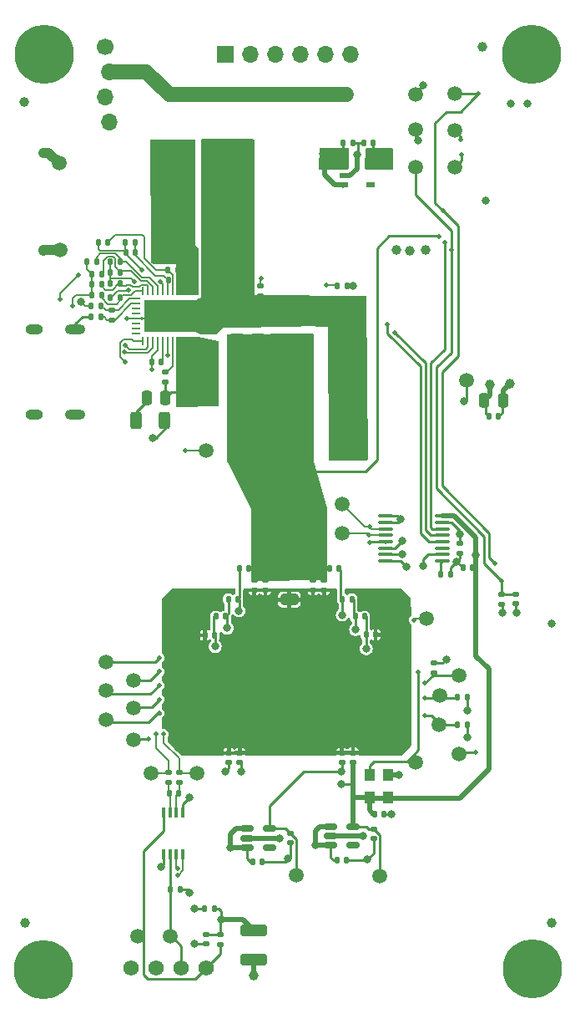
<source format=gbr>
%TF.GenerationSoftware,KiCad,Pcbnew,8.0.1*%
%TF.CreationDate,2024-09-06T01:33:40+08:00*%
%TF.ProjectId,bitaxeGamma,62697461-7865-4476-916d-6d612e6b6963,rev?*%
%TF.SameCoordinates,Original*%
%TF.FileFunction,Copper,L1,Top*%
%TF.FilePolarity,Positive*%
%FSLAX46Y46*%
G04 Gerber Fmt 4.6, Leading zero omitted, Abs format (unit mm)*
G04 Created by KiCad (PCBNEW 8.0.1) date 2024-09-06 01:33:40*
%MOMM*%
%LPD*%
G01*
G04 APERTURE LIST*
G04 Aperture macros list*
%AMRoundRect*
0 Rectangle with rounded corners*
0 $1 Rounding radius*
0 $2 $3 $4 $5 $6 $7 $8 $9 X,Y pos of 4 corners*
0 Add a 4 corners polygon primitive as box body*
4,1,4,$2,$3,$4,$5,$6,$7,$8,$9,$2,$3,0*
0 Add four circle primitives for the rounded corners*
1,1,$1+$1,$2,$3*
1,1,$1+$1,$4,$5*
1,1,$1+$1,$6,$7*
1,1,$1+$1,$8,$9*
0 Add four rect primitives between the rounded corners*
20,1,$1+$1,$2,$3,$4,$5,0*
20,1,$1+$1,$4,$5,$6,$7,0*
20,1,$1+$1,$6,$7,$8,$9,0*
20,1,$1+$1,$8,$9,$2,$3,0*%
G04 Aperture macros list end*
%TA.AperFunction,EtchedComponent*%
%ADD10C,0.000100*%
%TD*%
%TA.AperFunction,SMDPad,CuDef*%
%ADD11RoundRect,0.225000X-0.225000X-0.375000X0.225000X-0.375000X0.225000X0.375000X-0.225000X0.375000X0*%
%TD*%
%TA.AperFunction,SMDPad,CuDef*%
%ADD12RoundRect,0.250000X-0.325000X-0.650000X0.325000X-0.650000X0.325000X0.650000X-0.325000X0.650000X0*%
%TD*%
%TA.AperFunction,SMDPad,CuDef*%
%ADD13RoundRect,0.250000X0.475000X-0.250000X0.475000X0.250000X-0.475000X0.250000X-0.475000X-0.250000X0*%
%TD*%
%TA.AperFunction,SMDPad,CuDef*%
%ADD14RoundRect,0.135000X0.135000X0.185000X-0.135000X0.185000X-0.135000X-0.185000X0.135000X-0.185000X0*%
%TD*%
%TA.AperFunction,SMDPad,CuDef*%
%ADD15RoundRect,0.250000X-1.100000X0.325000X-1.100000X-0.325000X1.100000X-0.325000X1.100000X0.325000X0*%
%TD*%
%TA.AperFunction,SMDPad,CuDef*%
%ADD16C,1.500000*%
%TD*%
%TA.AperFunction,SMDPad,CuDef*%
%ADD17RoundRect,0.140000X-0.140000X-0.170000X0.140000X-0.170000X0.140000X0.170000X-0.140000X0.170000X0*%
%TD*%
%TA.AperFunction,SMDPad,CuDef*%
%ADD18C,1.000000*%
%TD*%
%TA.AperFunction,SMDPad,CuDef*%
%ADD19R,0.250000X0.250000*%
%TD*%
%TA.AperFunction,SMDPad,CuDef*%
%ADD20RoundRect,0.140000X0.140000X0.170000X-0.140000X0.170000X-0.140000X-0.170000X0.140000X-0.170000X0*%
%TD*%
%TA.AperFunction,SMDPad,CuDef*%
%ADD21RoundRect,0.140000X0.170000X-0.140000X0.170000X0.140000X-0.170000X0.140000X-0.170000X-0.140000X0*%
%TD*%
%TA.AperFunction,SMDPad,CuDef*%
%ADD22RoundRect,0.140000X-0.170000X0.140000X-0.170000X-0.140000X0.170000X-0.140000X0.170000X0.140000X0*%
%TD*%
%TA.AperFunction,SMDPad,CuDef*%
%ADD23RoundRect,0.135000X-0.185000X0.135000X-0.185000X-0.135000X0.185000X-0.135000X0.185000X0.135000X0*%
%TD*%
%TA.AperFunction,SMDPad,CuDef*%
%ADD24RoundRect,0.250000X0.312500X0.625000X-0.312500X0.625000X-0.312500X-0.625000X0.312500X-0.625000X0*%
%TD*%
%TA.AperFunction,SMDPad,CuDef*%
%ADD25RoundRect,0.150000X-0.512500X-0.150000X0.512500X-0.150000X0.512500X0.150000X-0.512500X0.150000X0*%
%TD*%
%TA.AperFunction,SMDPad,CuDef*%
%ADD26RoundRect,0.135000X-0.135000X-0.185000X0.135000X-0.185000X0.135000X0.185000X-0.135000X0.185000X0*%
%TD*%
%TA.AperFunction,SMDPad,CuDef*%
%ADD27RoundRect,0.250000X-0.250000X-0.475000X0.250000X-0.475000X0.250000X0.475000X-0.250000X0.475000X0*%
%TD*%
%TA.AperFunction,SMDPad,CuDef*%
%ADD28RoundRect,0.250000X-0.325000X-1.100000X0.325000X-1.100000X0.325000X1.100000X-0.325000X1.100000X0*%
%TD*%
%TA.AperFunction,SMDPad,CuDef*%
%ADD29R,1.100000X1.300000*%
%TD*%
%TA.AperFunction,ComponentPad*%
%ADD30C,0.800000*%
%TD*%
%TA.AperFunction,ComponentPad*%
%ADD31C,6.000000*%
%TD*%
%TA.AperFunction,SMDPad,CuDef*%
%ADD32RoundRect,0.250000X-0.650000X0.325000X-0.650000X-0.325000X0.650000X-0.325000X0.650000X0.325000X0*%
%TD*%
%TA.AperFunction,SMDPad,CuDef*%
%ADD33RoundRect,0.135000X0.185000X-0.135000X0.185000X0.135000X-0.185000X0.135000X-0.185000X-0.135000X0*%
%TD*%
%TA.AperFunction,SMDPad,CuDef*%
%ADD34R,0.400000X1.100000*%
%TD*%
%TA.AperFunction,ComponentPad*%
%ADD35R,1.700000X1.700000*%
%TD*%
%TA.AperFunction,ComponentPad*%
%ADD36O,1.700000X1.700000*%
%TD*%
%TA.AperFunction,SMDPad,CuDef*%
%ADD37RoundRect,0.100000X-0.637500X-0.100000X0.637500X-0.100000X0.637500X0.100000X-0.637500X0.100000X0*%
%TD*%
%TA.AperFunction,SMDPad,CuDef*%
%ADD38R,4.000000X2.600000*%
%TD*%
%TA.AperFunction,SMDPad,CuDef*%
%ADD39RoundRect,0.062500X0.062500X-0.337500X0.062500X0.337500X-0.062500X0.337500X-0.062500X-0.337500X0*%
%TD*%
%TA.AperFunction,SMDPad,CuDef*%
%ADD40RoundRect,0.062500X0.337500X-0.062500X0.337500X0.062500X-0.337500X0.062500X-0.337500X-0.062500X0*%
%TD*%
%TA.AperFunction,ComponentPad*%
%ADD41C,0.400000*%
%TD*%
%TA.AperFunction,SMDPad,CuDef*%
%ADD42R,5.300000X3.300000*%
%TD*%
%TA.AperFunction,SMDPad,CuDef*%
%ADD43R,0.952500X0.558800*%
%TD*%
%TA.AperFunction,ComponentPad*%
%ADD44C,1.574800*%
%TD*%
%TA.AperFunction,ComponentPad*%
%ADD45C,1.700000*%
%TD*%
%TA.AperFunction,ComponentPad*%
%ADD46O,1.800000X1.000000*%
%TD*%
%TA.AperFunction,ComponentPad*%
%ADD47O,2.100000X1.000000*%
%TD*%
%TA.AperFunction,ViaPad*%
%ADD48C,0.800000*%
%TD*%
%TA.AperFunction,ViaPad*%
%ADD49C,1.000000*%
%TD*%
%TA.AperFunction,ViaPad*%
%ADD50C,0.500000*%
%TD*%
%TA.AperFunction,ViaPad*%
%ADD51C,1.200000*%
%TD*%
%TA.AperFunction,Conductor*%
%ADD52C,0.200000*%
%TD*%
%TA.AperFunction,Conductor*%
%ADD53C,0.508000*%
%TD*%
%TA.AperFunction,Conductor*%
%ADD54C,0.254000*%
%TD*%
%TA.AperFunction,Conductor*%
%ADD55C,1.000000*%
%TD*%
%TA.AperFunction,Conductor*%
%ADD56C,1.500000*%
%TD*%
G04 APERTURE END LIST*
%TO.C,T1*%
D10*
X90654500Y-77715000D02*
X90724500Y-77715000D01*
X90724500Y-77965000D01*
X90654500Y-77965000D01*
X90654500Y-77715000D01*
%TA.AperFunction,EtchedComponent*%
G36*
X90654500Y-77715000D02*
G01*
X90724500Y-77715000D01*
X90724500Y-77965000D01*
X90654500Y-77965000D01*
X90654500Y-77715000D01*
G37*
%TD.AperFunction*%
%TD*%
D11*
%TO.P,D1,1,K*%
%TO.N,/5V*%
X95060000Y-60510000D03*
%TO.P,D1,2,A*%
%TO.N,GND*%
X98360000Y-60510000D03*
%TD*%
D12*
%TO.P,C20,1*%
%TO.N,/VDD*%
X107435000Y-81120000D03*
%TO.P,C20,2*%
%TO.N,GND*%
X110385000Y-81120000D03*
%TD*%
D13*
%TO.P,C15,1*%
%TO.N,/VDD*%
X100360000Y-79860000D03*
%TO.P,C15,2*%
%TO.N,GND*%
X100360000Y-77960000D03*
%TD*%
D14*
%TO.P,R21,1*%
%TO.N,GND*%
X122010000Y-103710000D03*
%TO.P,R21,2*%
%TO.N,Net-(U9-OE)*%
X120990000Y-103710000D03*
%TD*%
D15*
%TO.P,C51,1*%
%TO.N,/5V*%
X102045000Y-139815000D03*
%TO.P,C51,2*%
%TO.N,GND*%
X102045000Y-142765000D03*
%TD*%
D16*
%TO.P,TP19,1,1*%
%TO.N,/BM1370/1V2*%
X114860000Y-134280000D03*
%TD*%
D17*
%TO.P,C9,1*%
%TO.N,/5V*%
X96090000Y-72760000D03*
%TO.P,C9,2*%
%TO.N,GND*%
X97050000Y-72760000D03*
%TD*%
D18*
%TO.P,FID2,*%
%TO.N,*%
X125270000Y-50310000D03*
%TD*%
%TO.P,FID4,*%
%TO.N,*%
X132260000Y-139060000D03*
%TD*%
%TO.P,FID3,*%
%TO.N,*%
X78850000Y-139070000D03*
%TD*%
D19*
%TO.P,T1,1*%
%TO.N,/Power/AGND*%
X90535000Y-77840000D03*
%TO.P,T1,2*%
%TO.N,GND*%
X90845000Y-77840000D03*
%TD*%
D20*
%TO.P,C41,1*%
%TO.N,/VDD*%
X101570000Y-103154000D03*
%TO.P,C41,2*%
%TO.N,/BM1370/VDD1_1*%
X100610000Y-103154000D03*
%TD*%
D16*
%TO.P,TP21,1,1*%
%TO.N,Net-(U8-INV_CLKO)*%
X122860000Y-121970000D03*
%TD*%
%TO.P,TP18,1,1*%
%TO.N,Net-(U8-LITE_PAD)*%
X120820000Y-119010000D03*
%TD*%
D21*
%TO.P,C42,1*%
%TO.N,Net-(U8-VDDIO_12_1)*%
X100655438Y-122810000D03*
%TO.P,C42,2*%
%TO.N,GND*%
X100655438Y-121850000D03*
%TD*%
D16*
%TO.P,TP8,1,1*%
%TO.N,/3V3*%
X123610000Y-84120000D03*
%TD*%
D22*
%TO.P,C40,1*%
%TO.N,/VDD*%
X108072400Y-104360000D03*
%TO.P,C40,2*%
%TO.N,GND*%
X108072400Y-105320000D03*
%TD*%
D23*
%TO.P,R23,1,1*%
%TO.N,/Fan/TEMP_P*%
X94520000Y-123850000D03*
%TO.P,R23,2,2*%
%TO.N,/Fan/TEMP_DP*%
X94520000Y-124870000D03*
%TD*%
D20*
%TO.P,C46,1*%
%TO.N,/BM1370/VDD2_1*%
X99161000Y-108024000D03*
%TO.P,C46,2*%
%TO.N,/BM1370/VDD3_1*%
X98201000Y-108024000D03*
%TD*%
D22*
%TO.P,C39,1*%
%TO.N,/VDD*%
X102110000Y-104360000D03*
%TO.P,C39,2*%
%TO.N,GND*%
X102110000Y-105320000D03*
%TD*%
D24*
%TO.P,R12,1*%
%TO.N,GND*%
X93012500Y-88210000D03*
%TO.P,R12,2*%
%TO.N,Net-(C11-Pad1)*%
X90087500Y-88210000D03*
%TD*%
D22*
%TO.P,C13,1*%
%TO.N,Net-(U2-VOSNS)*%
X87630000Y-77010000D03*
%TO.P,C13,2*%
%TO.N,Net-(U2-GOSNS)*%
X87630000Y-77970000D03*
%TD*%
D13*
%TO.P,C14,1*%
%TO.N,/VDD*%
X104580000Y-79880000D03*
%TO.P,C14,2*%
%TO.N,GND*%
X104580000Y-77980000D03*
%TD*%
D25*
%TO.P,U6,1,VIN*%
%TO.N,/5V*%
X101392500Y-129520000D03*
%TO.P,U6,2,GND*%
%TO.N,GND*%
X101392500Y-130470000D03*
%TO.P,U6,3,EN*%
%TO.N,/5V*%
X101392500Y-131420000D03*
%TO.P,U6,4,PG*%
%TO.N,unconnected-(U6-PG-Pad4)*%
X103667500Y-131420000D03*
%TO.P,U6,5,VOUT*%
%TO.N,/BM1370/0V8*%
X103667500Y-129520000D03*
%TD*%
D26*
%TO.P,R1,1*%
%TO.N,Net-(U2-BP1V5)*%
X85590000Y-75500000D03*
%TO.P,R1,2*%
%TO.N,Net-(U2-MSEL1)*%
X86610000Y-75500000D03*
%TD*%
D16*
%TO.P,TP13,1,1*%
%TO.N,/BM1370/RST_N*%
X110990000Y-96640000D03*
%TD*%
%TO.P,TP37,1,1*%
%TO.N,/Fan/FAN_TACH*%
X93610000Y-140380000D03*
%TD*%
%TO.P,TP35,1,1*%
%TO.N,/Fan/TEMP_P*%
X96280000Y-123890000D03*
%TD*%
D14*
%TO.P,R8,1*%
%TO.N,Net-(U2-EN{slash}UVLO)*%
X90070000Y-70100000D03*
%TO.P,R8,2*%
%TO.N,/Power/AGND*%
X89050000Y-70100000D03*
%TD*%
%TO.P,R11,1*%
%TO.N,/5V*%
X94390000Y-72930000D03*
%TO.P,R11,2*%
%TO.N,Net-(U2-AVIN)*%
X93370000Y-72930000D03*
%TD*%
D12*
%TO.P,C18,1*%
%TO.N,/VDD*%
X107435000Y-87660000D03*
%TO.P,C18,2*%
%TO.N,GND*%
X110385000Y-87660000D03*
%TD*%
D16*
%TO.P,TP38,1,1*%
%TO.N,/Fan/FAN_PWM*%
X90300000Y-140410000D03*
%TD*%
%TO.P,TP33,1,1*%
%TO.N,/BM1370/BO*%
X87080000Y-118492000D03*
%TD*%
%TO.P,TP3,1,1*%
%TO.N,/VDD*%
X101980000Y-91230000D03*
%TD*%
D27*
%TO.P,C24,1*%
%TO.N,/3V3*%
X125440000Y-86180000D03*
%TO.P,C24,2*%
%TO.N,GND*%
X127340000Y-86180000D03*
%TD*%
D16*
%TO.P,TP9,1,1*%
%TO.N,/ESP32/IO0*%
X122440000Y-55090000D03*
%TD*%
D13*
%TO.P,C16,1*%
%TO.N,/VDD*%
X102480000Y-79860000D03*
%TO.P,C16,2*%
%TO.N,GND*%
X102480000Y-77960000D03*
%TD*%
D21*
%TO.P,C45,1*%
%TO.N,Net-(U8-VDDIO_08_1)*%
X99525438Y-122820000D03*
%TO.P,C45,2*%
%TO.N,GND*%
X99525438Y-121860000D03*
%TD*%
D22*
%TO.P,C10,1*%
%TO.N,Net-(U2-VDD5)*%
X102750000Y-74560000D03*
%TO.P,C10,2*%
%TO.N,GND*%
X102750000Y-75520000D03*
%TD*%
D26*
%TO.P,R2,1*%
%TO.N,Net-(U2-BP1V5)*%
X85110000Y-72100000D03*
%TO.P,R2,2*%
%TO.N,Net-(U2-MSEL2)*%
X86130000Y-72100000D03*
%TD*%
D21*
%TO.P,C35,1*%
%TO.N,/BM1370/1V2*%
X112140000Y-122790000D03*
%TO.P,C35,2*%
%TO.N,GND*%
X112140000Y-121830000D03*
%TD*%
D28*
%TO.P,C4,1*%
%TO.N,/5V*%
X95125000Y-66550000D03*
%TO.P,C4,2*%
%TO.N,GND*%
X98075000Y-66550000D03*
%TD*%
D17*
%TO.P,C6,1*%
%TO.N,/5V*%
X96090000Y-74000000D03*
%TO.P,C6,2*%
%TO.N,GND*%
X97050000Y-74000000D03*
%TD*%
%TO.P,C25,1*%
%TO.N,/3V3*%
X125910000Y-87790000D03*
%TO.P,C25,2*%
%TO.N,GND*%
X126870000Y-87790000D03*
%TD*%
D29*
%TO.P,U7,1,EN*%
%TO.N,/BM1370/1V2*%
X115680000Y-126370000D03*
%TO.P,U7,2,GND*%
%TO.N,GND*%
X115680000Y-124070000D03*
%TO.P,U7,3,OUT*%
%TO.N,/BM1370/CLKI*%
X113780000Y-124070000D03*
%TO.P,U7,4,VIN*%
%TO.N,/BM1370/1V2*%
X113780000Y-126370000D03*
%TD*%
D17*
%TO.P,C27,1*%
%TO.N,/5V*%
X101940000Y-132840000D03*
%TO.P,C27,2*%
%TO.N,GND*%
X102900000Y-132840000D03*
%TD*%
D30*
%TO.P,H1,1,1*%
%TO.N,GND*%
X127985010Y-51120990D03*
X128644020Y-49530000D03*
X128644020Y-52711980D03*
X130235010Y-48870990D03*
D31*
X130235010Y-51120990D03*
D30*
X130235010Y-53370990D03*
X131826000Y-49530000D03*
X131826000Y-52711980D03*
X132485010Y-51120990D03*
%TD*%
D16*
%TO.P,TP4,1,1*%
%TO.N,GND*%
X97220000Y-91210000D03*
%TD*%
D14*
%TO.P,R7,1*%
%TO.N,Net-(U2-ADRSEL)*%
X88520000Y-74320000D03*
%TO.P,R7,2*%
%TO.N,/Power/AGND*%
X87500000Y-74320000D03*
%TD*%
D16*
%TO.P,TP11,1,1*%
%TO.N,/3V3*%
X118480000Y-58690000D03*
%TD*%
D20*
%TO.P,C29,1*%
%TO.N,GND*%
X115270000Y-128010000D03*
%TO.P,C29,2*%
%TO.N,/BM1370/1V2*%
X114310000Y-128010000D03*
%TD*%
D18*
%TO.P,FID1,*%
%TO.N,*%
X78750000Y-55900000D03*
%TD*%
D22*
%TO.P,C12,1*%
%TO.N,Net-(U2-BOOT)*%
X93100000Y-83280000D03*
%TO.P,C12,2*%
%TO.N,/Power/SW*%
X93100000Y-84240000D03*
%TD*%
D16*
%TO.P,TP14,1,1*%
%TO.N,/BM1370/CI*%
X110990000Y-99610000D03*
%TD*%
D14*
%TO.P,R19,1*%
%TO.N,GND*%
X123720000Y-118980000D03*
%TO.P,R19,2*%
%TO.N,Net-(U8-LITE_PAD)*%
X122700000Y-118980000D03*
%TD*%
D16*
%TO.P,TP5,1,1*%
%TO.N,/ESP32/EN*%
X118460000Y-62540000D03*
%TD*%
%TO.P,TP36,1,1*%
%TO.N,/Fan/TEMP_N*%
X91650000Y-123880000D03*
%TD*%
D32*
%TO.P,C43,1*%
%TO.N,/VDD*%
X105670000Y-103375000D03*
%TO.P,C43,2*%
%TO.N,GND*%
X105670000Y-106325000D03*
%TD*%
D16*
%TO.P,TP15,1,1*%
%TO.N,/BM1370/RO*%
X119550000Y-108280000D03*
%TD*%
%TO.P,TP22,1,1*%
%TO.N,/BM1370/CLKI*%
X118520000Y-122760000D03*
%TD*%
D33*
%TO.P,R25,1*%
%TO.N,/Fan/FAN_PWM*%
X98640000Y-141260000D03*
%TO.P,R25,2*%
%TO.N,/5V*%
X98640000Y-140240000D03*
%TD*%
D22*
%TO.P,C22,1*%
%TO.N,/ESP32/EN*%
X128670000Y-105770000D03*
%TO.P,C22,2*%
%TO.N,GND*%
X128670000Y-106730000D03*
%TD*%
D34*
%TO.P,U10,1,VDD*%
%TO.N,/3V3*%
X94870000Y-127840000D03*
%TO.P,U10,2,DP*%
%TO.N,/Fan/TEMP_DP*%
X94220000Y-127840000D03*
%TO.P,U10,3,DN*%
%TO.N,/Fan/TEMP_DN*%
X93570000Y-127840000D03*
%TO.P,U10,4,FAN*%
%TO.N,/Fan/FAN_PWM*%
X92920000Y-127840000D03*
%TO.P,U10,5,GND*%
%TO.N,GND*%
X92920000Y-132140000D03*
%TO.P,U10,6,ALERT/TACH*%
%TO.N,/Fan/FAN_TACH*%
X93570000Y-132140000D03*
%TO.P,U10,7,SMDATA*%
%TO.N,/SDA*%
X94220000Y-132140000D03*
%TO.P,U10,8,SMCLK*%
%TO.N,/SCL*%
X94870000Y-132140000D03*
%TD*%
D20*
%TO.P,C8,1*%
%TO.N,Net-(U2-EN{slash}UVLO)*%
X90040000Y-71130000D03*
%TO.P,C8,2*%
%TO.N,/Power/AGND*%
X89080000Y-71130000D03*
%TD*%
D26*
%TO.P,R5,1*%
%TO.N,/Power/AGND*%
X87490000Y-75720000D03*
%TO.P,R5,2*%
%TO.N,Net-(U2-MSEL1)*%
X88510000Y-75720000D03*
%TD*%
D14*
%TO.P,R6,1*%
%TO.N,Net-(U2-MSEL2)*%
X88510000Y-72100000D03*
%TO.P,R6,2*%
%TO.N,/Power/AGND*%
X87490000Y-72100000D03*
%TD*%
D16*
%TO.P,TP29,1,1*%
%TO.N,/BM1370/NRSTO*%
X87080000Y-112616000D03*
%TD*%
D25*
%TO.P,U5,1,VIN*%
%TO.N,/5V*%
X109843500Y-129279000D03*
%TO.P,U5,2,GND*%
%TO.N,GND*%
X109843500Y-130229000D03*
%TO.P,U5,3,EN*%
%TO.N,/5V*%
X109843500Y-131179000D03*
%TO.P,U5,4,PG*%
%TO.N,unconnected-(U5-PG-Pad4)*%
X112118500Y-131179000D03*
%TO.P,U5,5,VOUT*%
%TO.N,/BM1370/1V2*%
X112118500Y-129279000D03*
%TD*%
D30*
%TO.P,H3,1,1*%
%TO.N,GND*%
X128052000Y-143728000D03*
X128711010Y-142137010D03*
X128711010Y-145318990D03*
X130302000Y-141478000D03*
D31*
X130302000Y-143728000D03*
D30*
X130302000Y-145978000D03*
X131892990Y-142137010D03*
X131892990Y-145318990D03*
X132552000Y-143728000D03*
%TD*%
D22*
%TO.P,C49,1*%
%TO.N,/3V3*%
X122930000Y-100640000D03*
%TO.P,C49,2*%
%TO.N,GND*%
X122930000Y-101600000D03*
%TD*%
D16*
%TO.P,TP2,1,1*%
%TO.N,GND*%
X82310000Y-62100000D03*
%TD*%
D14*
%TO.P,R9,1*%
%TO.N,/5V*%
X94400000Y-73990000D03*
%TO.P,R9,2*%
%TO.N,Net-(U2-EN{slash}UVLO)*%
X93380000Y-73990000D03*
%TD*%
D22*
%TO.P,C38,1*%
%TO.N,/VDD*%
X103240000Y-104360000D03*
%TO.P,C38,2*%
%TO.N,GND*%
X103240000Y-105320000D03*
%TD*%
D20*
%TO.P,C23,1*%
%TO.N,/3V3*%
X114200000Y-60030000D03*
%TO.P,C23,2*%
%TO.N,GND*%
X113240000Y-60030000D03*
%TD*%
D16*
%TO.P,TP6,1,1*%
%TO.N,/ESP32/P_TX*%
X122430000Y-62540000D03*
%TD*%
D12*
%TO.P,C19,1*%
%TO.N,/VDD*%
X107435000Y-84400000D03*
%TO.P,C19,2*%
%TO.N,GND*%
X110385000Y-84400000D03*
%TD*%
D26*
%TO.P,R4,1*%
%TO.N,Net-(U2-BP1V5)*%
X85590000Y-73360000D03*
%TO.P,R4,2*%
%TO.N,Net-(U2-VSEL)*%
X86610000Y-73360000D03*
%TD*%
D23*
%TO.P,R17,1*%
%TO.N,GND*%
X120380000Y-112750000D03*
%TO.P,R17,2*%
%TO.N,/BM1370/BI*%
X120380000Y-113770000D03*
%TD*%
D17*
%TO.P,C7,1*%
%TO.N,/5V*%
X96110000Y-71540000D03*
%TO.P,C7,2*%
%TO.N,GND*%
X97070000Y-71540000D03*
%TD*%
D35*
%TO.P,J4,1,Pin_1*%
%TO.N,/5V*%
X99171505Y-51054000D03*
D36*
%TO.P,J4,2,Pin_2*%
%TO.N,GND*%
X101711505Y-51054000D03*
%TO.P,J4,3,Pin_3*%
%TO.N,Net-(J4-Pin_3)*%
X104251505Y-51054000D03*
%TO.P,J4,4,Pin_4*%
%TO.N,Net-(J4-Pin_4)*%
X106791505Y-51054000D03*
%TO.P,J4,5,Pin_5*%
%TO.N,Net-(J4-Pin_5)*%
X109331505Y-51054000D03*
%TO.P,J4,6,Pin_6*%
%TO.N,Net-(J4-Pin_6)*%
X111871505Y-51054000D03*
%TD*%
D16*
%TO.P,TP16,1,1*%
%TO.N,/BM1370/BI*%
X122860000Y-113980000D03*
%TD*%
%TO.P,TP34,1,1*%
%TO.N,/BM1370/PIN_MODE*%
X89860000Y-120480000D03*
%TD*%
D30*
%TO.P,H4,1,1*%
%TO.N,GND*%
X78455010Y-143830990D03*
X79114020Y-142240000D03*
X79114020Y-145421980D03*
X80705010Y-141580990D03*
D31*
X80705010Y-143830990D03*
D30*
X80705010Y-146080990D03*
X82296000Y-142240000D03*
X82296000Y-145421980D03*
X82955010Y-143830990D03*
%TD*%
D16*
%TO.P,TP1,1,1*%
%TO.N,/5V*%
X82390000Y-70940000D03*
%TD*%
D14*
%TO.P,R13,1*%
%TO.N,Net-(U2-GOSNS)*%
X86600000Y-77640000D03*
%TO.P,R13,2*%
%TO.N,GND*%
X85580000Y-77640000D03*
%TD*%
D22*
%TO.P,C53,1*%
%TO.N,/5V*%
X97200000Y-140250000D03*
%TO.P,C53,2*%
%TO.N,GND*%
X97200000Y-141210000D03*
%TD*%
D20*
%TO.P,C48,1*%
%TO.N,/BM1370/VDD3_1*%
X98090000Y-109925000D03*
%TO.P,C48,2*%
%TO.N,GND*%
X97130000Y-109925000D03*
%TD*%
%TO.P,C28,1*%
%TO.N,GND*%
X114410000Y-109860000D03*
%TO.P,C28,2*%
%TO.N,/BM1370/VDD3_0*%
X113450000Y-109860000D03*
%TD*%
D37*
%TO.P,U9,1,DIR1*%
%TO.N,GND*%
X115427500Y-97855000D03*
%TO.P,U9,2,DIR2*%
X115427500Y-98505000D03*
%TO.P,U9,3,A1*%
%TO.N,/BM1370/RST_N*%
X115427500Y-99155000D03*
%TO.P,U9,4,A2*%
%TO.N,/BM1370/CI*%
X115427500Y-99805000D03*
%TO.P,U9,5,A3*%
%TO.N,/BM1370/RO*%
X115427500Y-100455000D03*
%TO.P,U9,6,A4*%
%TO.N,GND*%
X115427500Y-101105000D03*
%TO.P,U9,7,DIR3*%
%TO.N,/BM1370/1V2*%
X115427500Y-101755000D03*
%TO.P,U9,8,DIR4*%
%TO.N,GND*%
X115427500Y-102405000D03*
%TO.P,U9,9,OE*%
%TO.N,Net-(U9-OE)*%
X121152500Y-102405000D03*
%TO.P,U9,10,GND*%
%TO.N,GND*%
X121152500Y-101755000D03*
%TO.P,U9,11,B4*%
%TO.N,unconnected-(U9-B4-Pad11)*%
X121152500Y-101105000D03*
%TO.P,U9,12,B3*%
%TO.N,/RX*%
X121152500Y-100455000D03*
%TO.P,U9,13,B2*%
%TO.N,/TX*%
X121152500Y-99805000D03*
%TO.P,U9,14,B1*%
%TO.N,/RST*%
X121152500Y-99155000D03*
%TO.P,U9,15,VCCB*%
%TO.N,/3V3*%
X121152500Y-98505000D03*
%TO.P,U9,16,VCCA*%
%TO.N,/BM1370/1V2*%
X121152500Y-97855000D03*
%TD*%
D26*
%TO.P,R24,1*%
%TO.N,/Fan/FAN_TACH*%
X93560000Y-135710000D03*
%TO.P,R24,2*%
%TO.N,/3V3*%
X94580000Y-135710000D03*
%TD*%
D17*
%TO.P,C5,1*%
%TO.N,/Power/AGND*%
X86310000Y-70110000D03*
%TO.P,C5,2*%
%TO.N,Net-(U2-AVIN)*%
X87270000Y-70110000D03*
%TD*%
D20*
%TO.P,C34,1*%
%TO.N,/BM1370/VDD2_0*%
X112010000Y-106266000D03*
%TO.P,C34,2*%
%TO.N,/BM1370/VDD1_0*%
X111050000Y-106266000D03*
%TD*%
D33*
%TO.P,R22,1,1*%
%TO.N,/Fan/TEMP_DN*%
X93380000Y-124870000D03*
%TO.P,R22,2,2*%
%TO.N,/Fan/TEMP_N*%
X93380000Y-123850000D03*
%TD*%
D38*
%TO.P,L1,1,1*%
%TO.N,/Power/SW*%
X96295000Y-85255000D03*
%TO.P,L1,2,2*%
%TO.N,/VDD*%
X104245000Y-85255000D03*
%TD*%
D12*
%TO.P,C17,1*%
%TO.N,/VDD*%
X107415000Y-90910000D03*
%TO.P,C17,2*%
%TO.N,GND*%
X110365000Y-90910000D03*
%TD*%
D17*
%TO.P,C26,1*%
%TO.N,/5V*%
X110481000Y-132739000D03*
%TO.P,C26,2*%
%TO.N,GND*%
X111441000Y-132739000D03*
%TD*%
D20*
%TO.P,C47,1*%
%TO.N,/BM1370/1V2*%
X124270000Y-103110000D03*
%TO.P,C47,2*%
%TO.N,GND*%
X123310000Y-103110000D03*
%TD*%
D21*
%TO.P,C33,1*%
%TO.N,/BM1370/0V8*%
X111000000Y-122790000D03*
%TO.P,C33,2*%
%TO.N,GND*%
X111000000Y-121830000D03*
%TD*%
D30*
%TO.P,H2,1,1*%
%TO.N,GND*%
X78558000Y-51054000D03*
X79217010Y-49463010D03*
X79217010Y-52644990D03*
X80808000Y-48804000D03*
D31*
X80808000Y-51054000D03*
D30*
X80808000Y-53304000D03*
X82398990Y-49463010D03*
X82398990Y-52644990D03*
X83058000Y-51054000D03*
%TD*%
D22*
%TO.P,C37,1*%
%TO.N,/VDD*%
X109190000Y-104360000D03*
%TO.P,C37,2*%
%TO.N,GND*%
X109190000Y-105320000D03*
%TD*%
D20*
%TO.P,C1,1*%
%TO.N,Net-(U2-DRTN)*%
X92650000Y-82220000D03*
%TO.P,C1,2*%
%TO.N,Net-(U2-BP1V5)*%
X91690000Y-82220000D03*
%TD*%
D14*
%TO.P,R18,1*%
%TO.N,GND*%
X123720000Y-116220000D03*
%TO.P,R18,2*%
%TO.N,Net-(U8-ROSC_SEL)*%
X122700000Y-116220000D03*
%TD*%
D20*
%TO.P,C36,1*%
%TO.N,/BM1370/VDD1_0*%
X110695000Y-103146000D03*
%TO.P,C36,2*%
%TO.N,/VDD*%
X109735000Y-103146000D03*
%TD*%
D16*
%TO.P,TP20,1,1*%
%TO.N,/BM1370/0V8*%
X106360000Y-134230000D03*
%TD*%
%TO.P,TP17,1,1*%
%TO.N,Net-(U8-ROSC_SEL)*%
X120900000Y-116060000D03*
%TD*%
%TO.P,TP30,1,1*%
%TO.N,/BM1370/CO*%
X89890000Y-114520000D03*
%TD*%
D26*
%TO.P,R15,1*%
%TO.N,/Power/PGOOD*%
X110480000Y-74510000D03*
%TO.P,R15,2*%
%TO.N,/3V3*%
X111500000Y-74510000D03*
%TD*%
D39*
%TO.P,U2,1,PGD*%
%TO.N,/Power/PGOOD*%
X90830000Y-80090000D03*
%TO.P,U2,2,PMB_DATA*%
%TO.N,/SDA*%
X91330000Y-80090000D03*
%TO.P,U2,3,PMB_CLK*%
%TO.N,/SCL*%
X91830000Y-80090000D03*
%TO.P,U2,4,BP1V5*%
%TO.N,Net-(U2-BP1V5)*%
X92330000Y-80090000D03*
%TO.P,U2,5,DRTN*%
%TO.N,Net-(U2-DRTN)*%
X92830000Y-80090000D03*
%TO.P,U2,6,SMB_ALRT*%
%TO.N,/Power/PMB_ALRT*%
X93330000Y-80090000D03*
%TO.P,U2,7,BOOT*%
%TO.N,Net-(U2-BOOT)*%
X93830000Y-80090000D03*
%TO.P,U2,8,SW*%
%TO.N,/Power/SW*%
X94330000Y-80090000D03*
%TO.P,U2,9,SW*%
X94830000Y-80090000D03*
%TO.P,U2,10,SW*%
X95330000Y-80090000D03*
%TO.P,U2,11,SW*%
X95830000Y-80090000D03*
%TO.P,U2,12,SW*%
X96330000Y-80090000D03*
D40*
%TO.P,U2,13,PGND*%
%TO.N,GND*%
X97080000Y-79340000D03*
%TO.P,U2,14,PGND*%
X97080000Y-78840000D03*
%TO.P,U2,15,PGND*%
X97080000Y-78340000D03*
%TO.P,U2,16,PGND*%
X97080000Y-77840000D03*
%TO.P,U2,17,PGND*%
X97080000Y-77340000D03*
%TO.P,U2,18,PGND*%
X97080000Y-76840000D03*
%TO.P,U2,19,PGND*%
X97080000Y-76340000D03*
%TO.P,U2,20,PGND*%
X97080000Y-75840000D03*
D39*
%TO.P,U2,21,PVIN*%
%TO.N,/5V*%
X96330000Y-75090000D03*
%TO.P,U2,22,PVIN*%
X95830000Y-75090000D03*
%TO.P,U2,23,PVIN*%
X95330000Y-75090000D03*
%TO.P,U2,24,PVIN*%
X94830000Y-75090000D03*
%TO.P,U2,25,PVIN*%
X94330000Y-75090000D03*
%TO.P,U2,26,AVIN*%
%TO.N,Net-(U2-AVIN)*%
X93830000Y-75090000D03*
%TO.P,U2,27,EN/UVLO*%
%TO.N,Net-(U2-EN{slash}UVLO)*%
X93330000Y-75090000D03*
%TO.P,U2,28,VDD5*%
%TO.N,Net-(U2-VDD5)*%
X92830000Y-75090000D03*
%TO.P,U2,29,MSEL2*%
%TO.N,Net-(U2-MSEL2)*%
X92330000Y-75090000D03*
%TO.P,U2,30,VSEL*%
%TO.N,Net-(U2-VSEL)*%
X91830000Y-75090000D03*
%TO.P,U2,31,ADRSEL*%
%TO.N,Net-(U2-ADRSEL)*%
X91330000Y-75090000D03*
%TO.P,U2,32,MSEL1*%
%TO.N,Net-(U2-MSEL1)*%
X90830000Y-75090000D03*
D40*
%TO.P,U2,33,VOSNS*%
%TO.N,Net-(U2-VOSNS)*%
X90080000Y-75840000D03*
%TO.P,U2,34,GOSNS*%
%TO.N,Net-(U2-GOSNS)*%
X90080000Y-76340000D03*
%TO.P,U2,35,VSHARE*%
%TO.N,unconnected-(U2-VSHARE-Pad35)*%
X90080000Y-76840000D03*
%TO.P,U2,36,NC*%
%TO.N,unconnected-(U2-NC-Pad36)*%
X90080000Y-77340000D03*
%TO.P,U2,37,AGND*%
%TO.N,/Power/AGND*%
X90080000Y-77840000D03*
%TO.P,U2,38,SYNC*%
%TO.N,unconnected-(U2-SYNC-Pad38)*%
X90080000Y-78340000D03*
%TO.P,U2,39,BCX_CLK*%
%TO.N,unconnected-(U2-BCX_CLK-Pad39)*%
X90080000Y-78840000D03*
%TO.P,U2,40,BCX_DAT*%
%TO.N,unconnected-(U2-BCX_DAT-Pad40)*%
X90080000Y-79340000D03*
D41*
%TO.P,U2,41,PAD*%
%TO.N,GND*%
X92180000Y-78870000D03*
X93580000Y-78870000D03*
X94980000Y-78870000D03*
X91180000Y-77590000D03*
X92180000Y-77590000D03*
X93580000Y-77590000D03*
D42*
X93580000Y-77590000D03*
D41*
X94980000Y-77590000D03*
X95980000Y-77590000D03*
X92180000Y-76310000D03*
X93580000Y-76310000D03*
X94980000Y-76310000D03*
%TD*%
D28*
%TO.P,C3,1*%
%TO.N,/5V*%
X95125000Y-63300000D03*
%TO.P,C3,2*%
%TO.N,GND*%
X98075000Y-63300000D03*
%TD*%
D26*
%TO.P,R3,1*%
%TO.N,Net-(U2-BP1V5)*%
X85590000Y-74330000D03*
%TO.P,R3,2*%
%TO.N,Net-(U2-ADRSEL)*%
X86610000Y-74330000D03*
%TD*%
D20*
%TO.P,C50,1*%
%TO.N,/Fan/TEMP_DP*%
X94440000Y-125940000D03*
%TO.P,C50,2*%
%TO.N,/Fan/TEMP_DN*%
X93480000Y-125940000D03*
%TD*%
D14*
%TO.P,R10,1*%
%TO.N,Net-(U2-VSEL)*%
X88520000Y-73170000D03*
%TO.P,R10,2*%
%TO.N,/Power/AGND*%
X87500000Y-73170000D03*
%TD*%
D20*
%TO.P,C32,1*%
%TO.N,/BM1370/VDD3_0*%
X113310000Y-108026000D03*
%TO.P,C32,2*%
%TO.N,/BM1370/VDD2_0*%
X112350000Y-108026000D03*
%TD*%
D33*
%TO.P,R16,1*%
%TO.N,/3V3*%
X127240000Y-106770000D03*
%TO.P,R16,2*%
%TO.N,/ESP32/EN*%
X127240000Y-105750000D03*
%TD*%
D20*
%TO.P,C52,1*%
%TO.N,/5V*%
X98040000Y-137640000D03*
%TO.P,C52,2*%
%TO.N,GND*%
X97080000Y-137640000D03*
%TD*%
D27*
%TO.P,C11,1*%
%TO.N,Net-(C11-Pad1)*%
X91190000Y-85860000D03*
%TO.P,C11,2*%
%TO.N,/Power/SW*%
X93090000Y-85860000D03*
%TD*%
D17*
%TO.P,C21,1*%
%TO.N,/5V*%
X111140000Y-60030000D03*
%TO.P,C21,2*%
%TO.N,GND*%
X112100000Y-60030000D03*
%TD*%
D16*
%TO.P,TP31,1,1*%
%TO.N,/BM1370/RI*%
X87080000Y-115554000D03*
%TD*%
%TO.P,TP7,1,1*%
%TO.N,/ESP32/P_RX*%
X122420000Y-58830000D03*
%TD*%
%TO.P,TP32,1,1*%
%TO.N,/BM1370/CLKO*%
X89890000Y-117310000D03*
%TD*%
D26*
%TO.P,R14,1*%
%TO.N,/VDD*%
X85580000Y-76570000D03*
%TO.P,R14,2*%
%TO.N,Net-(U2-VOSNS)*%
X86600000Y-76570000D03*
%TD*%
D22*
%TO.P,C30,1*%
%TO.N,/BM1370/1V2*%
X114240000Y-129540000D03*
%TO.P,C30,2*%
%TO.N,GND*%
X114240000Y-130500000D03*
%TD*%
D27*
%TO.P,C2,1*%
%TO.N,/5V*%
X95650000Y-69350000D03*
%TO.P,C2,2*%
%TO.N,GND*%
X97550000Y-69350000D03*
%TD*%
D20*
%TO.P,C44,1*%
%TO.N,/BM1370/VDD1_1*%
X100441000Y-106284000D03*
%TO.P,C44,2*%
%TO.N,/BM1370/VDD2_1*%
X99481000Y-106284000D03*
%TD*%
D43*
%TO.P,U3,1,VIN*%
%TO.N,/5V*%
X111185050Y-62440200D03*
%TO.P,U3,2,GND*%
%TO.N,GND*%
X111185050Y-63380000D03*
%TO.P,U3,3,EN*%
%TO.N,/5V*%
X111185050Y-64319800D03*
%TO.P,U3,4,NC*%
%TO.N,unconnected-(U3-NC-Pad4)*%
X113940950Y-64319800D03*
%TO.P,U3,5,VOUT*%
%TO.N,/3V3*%
X113940950Y-62440200D03*
%TD*%
D16*
%TO.P,TP10,1,1*%
%TO.N,GND*%
X118480000Y-55140000D03*
%TD*%
D22*
%TO.P,C31,1*%
%TO.N,/BM1370/0V8*%
X105750000Y-129990000D03*
%TO.P,C31,2*%
%TO.N,GND*%
X105750000Y-130950000D03*
%TD*%
D44*
%TO.P,J6,1,Pin_1*%
%TO.N,GND*%
X89621000Y-143622000D03*
%TO.P,J6,2,Pin_2*%
%TO.N,/5V*%
X92161000Y-143622000D03*
%TO.P,J6,3,Pin_3*%
%TO.N,/Fan/FAN_TACH*%
X94701000Y-143622000D03*
%TO.P,J6,4,Pin_4*%
%TO.N,/Fan/FAN_PWM*%
X97241000Y-143622000D03*
%TD*%
D45*
%TO.P,J3,1,Pin_1*%
%TO.N,GND*%
X87005000Y-50292000D03*
D36*
%TO.P,J3,2,Pin_2*%
%TO.N,/3V3*%
X87405000Y-52832000D03*
%TO.P,J3,3,Pin_3*%
%TO.N,/SCL*%
X87005000Y-55372000D03*
%TO.P,J3,4,Pin_4*%
%TO.N,/SDA*%
X87405000Y-57912000D03*
%TD*%
D46*
%TO.P,J5,S1,SHIELD*%
%TO.N,GND*%
X79790000Y-87580000D03*
D47*
X83970000Y-87580000D03*
D46*
X79790000Y-78940000D03*
D47*
X83970000Y-78940000D03*
%TD*%
D48*
%TO.N,GND*%
X105610000Y-116830000D03*
X112180000Y-119260000D03*
X113580000Y-132650000D03*
X98050000Y-114260000D03*
X104490000Y-118700000D03*
D49*
X100043332Y-65740000D03*
D48*
X112180000Y-120800000D03*
X106740000Y-119930000D03*
D49*
X100093332Y-60280000D03*
D48*
X106740000Y-118720000D03*
X104640000Y-130470000D03*
X105540000Y-132550000D03*
D49*
X116540000Y-70920000D03*
X101416668Y-61640000D03*
D48*
X125600000Y-65940000D03*
X116770000Y-124080000D03*
X106740000Y-117780000D03*
D50*
X95080000Y-91220000D03*
D48*
X104490000Y-117760000D03*
X105630000Y-118700000D03*
D49*
X111860000Y-87470000D03*
D48*
X115260000Y-109040000D03*
X123750000Y-117530000D03*
D49*
X111860000Y-91040000D03*
D48*
X106740000Y-116860000D03*
X98450000Y-78230000D03*
X96070000Y-137650000D03*
X116050000Y-128010000D03*
D49*
X111860000Y-89030000D03*
D48*
X104490000Y-119910000D03*
X119270000Y-54220000D03*
X128130000Y-56090000D03*
D49*
X101370000Y-65740000D03*
D48*
X112980000Y-114270000D03*
D49*
X80680000Y-61050000D03*
X102050000Y-144400000D03*
D48*
X99550000Y-67970000D03*
X91790000Y-89910000D03*
X117090000Y-100360000D03*
D49*
X101356668Y-64450000D03*
D48*
X121580000Y-112400000D03*
D49*
X111860000Y-83000000D03*
X101420000Y-60280000D03*
D48*
X122640000Y-102460000D03*
X96070000Y-141200000D03*
X113180000Y-130220000D03*
D49*
X117910000Y-70950000D03*
D48*
X119280000Y-102930000D03*
X99370000Y-119240000D03*
D49*
X100050000Y-63040000D03*
X100030000Y-64450000D03*
D48*
X123710000Y-120230000D03*
X96600000Y-108920000D03*
X104490000Y-115746000D03*
X100490000Y-76620000D03*
X98460000Y-76630000D03*
X99490000Y-70390000D03*
X98440000Y-121490000D03*
X92680000Y-133370000D03*
X128690000Y-107620000D03*
X112512000Y-61250000D03*
X104490000Y-116840000D03*
X104560000Y-76600000D03*
D49*
X101376668Y-63040000D03*
X119454234Y-70914234D03*
X128020000Y-84450000D03*
X111860000Y-85460000D03*
D48*
X106740000Y-115766000D03*
X116990000Y-98200000D03*
D49*
X100090000Y-61640000D03*
D48*
X102570000Y-76600000D03*
X132297000Y-108743000D03*
X117550000Y-103000000D03*
X98460000Y-74920000D03*
D51*
%TO.N,/VDD*%
X103660000Y-97850000D03*
D50*
X120850000Y-69510000D03*
D51*
X103660000Y-99730000D03*
D48*
X84500000Y-76160000D03*
D51*
X107560000Y-97880000D03*
D50*
X99780000Y-81020000D03*
D51*
X105650000Y-101710000D03*
X103660000Y-101690000D03*
X105650000Y-99750000D03*
X107560000Y-101740000D03*
X105650000Y-97850000D03*
X107560000Y-99780000D03*
D50*
%TO.N,/ESP32/EN*%
X122101300Y-70905000D03*
X127228000Y-104448000D03*
D49*
%TO.N,/5V*%
X93620000Y-68975000D03*
X93620000Y-71720000D03*
X92330000Y-70347500D03*
D51*
X109280000Y-61185155D03*
D48*
X108290000Y-131179000D03*
D49*
X92330000Y-66230000D03*
X93620000Y-67602500D03*
X93620000Y-70347500D03*
X92330000Y-68975000D03*
D48*
X99710000Y-131420000D03*
D49*
X92330000Y-71720000D03*
X80680000Y-70950000D03*
X92330000Y-67602500D03*
D48*
X98770000Y-138720000D03*
D49*
X93620000Y-66230000D03*
D48*
%TO.N,/3V3*%
X129830000Y-56090000D03*
D49*
X126000000Y-84500000D03*
D48*
X123394000Y-86260000D03*
X112160000Y-74520000D03*
X95550000Y-135970000D03*
D51*
X111440000Y-55180000D03*
D48*
X122930000Y-99700000D03*
X118711400Y-59800000D03*
X127250000Y-107630000D03*
D49*
X115370000Y-61560000D03*
D48*
X95560000Y-126330000D03*
D50*
%TO.N,/TX*%
X116380000Y-79250000D03*
%TO.N,/RX*%
X115580000Y-78420000D03*
%TO.N,/RST*%
X121476817Y-70170000D03*
%TO.N,/SCL*%
X94317599Y-134229617D03*
X88970000Y-81220000D03*
%TO.N,Net-(U2-BP1V5)*%
X91690000Y-82980000D03*
X83660000Y-76570000D03*
%TO.N,/ESP32/P_TX*%
X123105000Y-61285000D03*
%TO.N,/ESP32/P_RX*%
X123040000Y-59730000D03*
%TO.N,/ESP32/IO0*%
X121244400Y-66945600D03*
X124830000Y-55100000D03*
X126520000Y-102640000D03*
%TO.N,Net-(U2-VDD5)*%
X92570000Y-74110000D03*
X102820000Y-73740000D03*
%TO.N,/Power/PGOOD*%
X89020000Y-82280000D03*
X109410000Y-74490000D03*
%TO.N,/SDA*%
X94340000Y-133580000D03*
X88990000Y-80510000D03*
X82390000Y-75900000D03*
X84290000Y-73420000D03*
D48*
%TO.N,Net-(U8-VDDIO_12_1)*%
X100770000Y-123700000D03*
%TO.N,Net-(U8-VDDIO_08_1)*%
X99180000Y-123710000D03*
D50*
%TO.N,Net-(U8-ROSC_SEL)*%
X119430000Y-116250000D03*
%TO.N,Net-(U8-LITE_PAD)*%
X119420000Y-118020000D03*
%TO.N,Net-(U8-INV_CLKO)*%
X124540000Y-121820000D03*
%TO.N,/Fan/TEMP_N*%
X92180000Y-119960000D03*
%TO.N,/Fan/TEMP_P*%
X92940000Y-119930000D03*
%TO.N,/Power/AGND*%
X89970000Y-74100000D03*
X89170000Y-77830000D03*
X90680000Y-72940000D03*
X89340000Y-74960000D03*
%TO.N,/Power/PMB_ALRT*%
X93330000Y-81550000D03*
D48*
%TO.N,/BM1370/VDD3_0*%
X113470000Y-111290000D03*
%TO.N,/BM1370/1V2*%
X110950000Y-124990000D03*
X124600000Y-101830000D03*
X117120000Y-101750000D03*
%TO.N,/BM1370/0V8*%
X110970000Y-123700000D03*
%TO.N,/BM1370/VDD2_0*%
X112390000Y-109350000D03*
%TO.N,/BM1370/VDD1_0*%
X111030000Y-107870000D03*
%TO.N,/BM1370/VDD1_1*%
X100553800Y-107457400D03*
%TO.N,/BM1370/VDD2_1*%
X99360000Y-109210000D03*
%TO.N,/BM1370/VDD3_1*%
X98140000Y-111060000D03*
D50*
%TO.N,/BM1370/BI*%
X119420000Y-114790000D03*
%TO.N,/BM1370/RST_N*%
X113800000Y-98950000D03*
%TO.N,/BM1370/CI*%
X113770000Y-99770000D03*
%TO.N,/BM1370/RO*%
X113830000Y-100500000D03*
X118320000Y-108370000D03*
%TO.N,/BM1370/CLKI*%
X118740000Y-113660000D03*
%TO.N,/BM1370/NRSTO*%
X92480000Y-112210000D03*
%TO.N,/BM1370/CO*%
X92480000Y-113611428D03*
%TO.N,/BM1370/RI*%
X92480000Y-115012856D03*
%TO.N,/BM1370/CLKO*%
X92480000Y-116414284D03*
%TO.N,/BM1370/BO*%
X92480000Y-117815712D03*
%TO.N,/BM1370/PIN_MODE*%
X91400000Y-120430000D03*
%TD*%
D52*
%TO.N,GND*%
X112640000Y-61122000D02*
X112512000Y-61250000D01*
D53*
X111185050Y-63380000D02*
X111189050Y-63376000D01*
X127340000Y-85130000D02*
X127340000Y-86180000D01*
D54*
X85580000Y-77640000D02*
X84680000Y-77640000D01*
X119280000Y-102250000D02*
X119280000Y-102930000D01*
X97200000Y-141210000D02*
X96080000Y-141210000D01*
X118480000Y-55010000D02*
X119270000Y-54220000D01*
X123310000Y-103110000D02*
X123290000Y-103110000D01*
D53*
X102050000Y-144400000D02*
X102050000Y-143770000D01*
X111189050Y-63376000D02*
X111824000Y-63376000D01*
D54*
X123720000Y-116220000D02*
X123720000Y-117500000D01*
D55*
X80680000Y-61050000D02*
X81260000Y-61050000D01*
D53*
X115690000Y-124080000D02*
X115680000Y-124070000D01*
D54*
X121230000Y-112750000D02*
X121580000Y-112400000D01*
X119775000Y-101755000D02*
X119280000Y-102250000D01*
D53*
X101392500Y-130470000D02*
X104640000Y-130470000D01*
X83850000Y-87700000D02*
X83970000Y-87580000D01*
D52*
X95090000Y-91210000D02*
X95080000Y-91220000D01*
D54*
X116050000Y-128010000D02*
X115440000Y-128010000D01*
X120380000Y-112750000D02*
X121230000Y-112750000D01*
X116685000Y-98505000D02*
X116990000Y-98200000D01*
X83970000Y-78350000D02*
X83970000Y-78940000D01*
X121152500Y-101755000D02*
X119775000Y-101755000D01*
X123720000Y-120220000D02*
X123710000Y-120230000D01*
X84680000Y-77640000D02*
X83970000Y-78350000D01*
X122010000Y-103710000D02*
X122010000Y-103090000D01*
X118480000Y-55140000D02*
X118480000Y-55010000D01*
X112650000Y-60030000D02*
X112650000Y-61112000D01*
X126870000Y-87790000D02*
X127260000Y-87400000D01*
X112100000Y-60030000D02*
X112650000Y-60030000D01*
X123290000Y-103110000D02*
X122640000Y-102460000D01*
X115427500Y-98505000D02*
X116685000Y-98505000D01*
D53*
X102050000Y-143770000D02*
X102045000Y-143765000D01*
D54*
X111441000Y-132739000D02*
X113491000Y-132739000D01*
D53*
X128020000Y-84450000D02*
X127340000Y-85130000D01*
D52*
X97220000Y-91210000D02*
X95090000Y-91210000D01*
D54*
X102900000Y-132840000D02*
X105250000Y-132840000D01*
D53*
X109852500Y-130220000D02*
X109843500Y-130229000D01*
D54*
X128670000Y-106730000D02*
X128670000Y-107600000D01*
X96080000Y-141210000D02*
X96070000Y-141200000D01*
X115427500Y-97855000D02*
X116645000Y-97855000D01*
X115427500Y-101105000D02*
X116345000Y-101105000D01*
X92920000Y-133130000D02*
X92680000Y-133370000D01*
X114240000Y-131990000D02*
X113580000Y-132650000D01*
X123720000Y-118980000D02*
X123720000Y-120220000D01*
X112650000Y-61112000D02*
X112512000Y-61250000D01*
X105250000Y-132840000D02*
X105540000Y-132550000D01*
X115427500Y-102405000D02*
X116955000Y-102405000D01*
X114240000Y-130500000D02*
X114240000Y-131990000D01*
X113491000Y-132739000D02*
X113580000Y-132650000D01*
X91790000Y-89910000D02*
X92112500Y-89910000D01*
X115422500Y-101110000D02*
X115427500Y-101105000D01*
X122930000Y-101600000D02*
X122930000Y-102170000D01*
X122010000Y-103090000D02*
X122640000Y-102460000D01*
X105750000Y-132340000D02*
X105540000Y-132550000D01*
D55*
X81260000Y-61050000D02*
X82310000Y-62100000D01*
D54*
X127260000Y-87400000D02*
X127260000Y-86260000D01*
D53*
X112512000Y-62688000D02*
X112512000Y-61250000D01*
D52*
X109175000Y-105690000D02*
X109060000Y-105690000D01*
D54*
X112650000Y-60030000D02*
X113240000Y-60030000D01*
X92112500Y-89910000D02*
X93182500Y-88840000D01*
X127260000Y-86260000D02*
X127340000Y-86180000D01*
D53*
X102045000Y-143765000D02*
X102045000Y-142765000D01*
D52*
X128670000Y-107600000D02*
X128690000Y-107620000D01*
D54*
X97070000Y-137650000D02*
X97080000Y-137640000D01*
D53*
X113180000Y-130220000D02*
X109852500Y-130220000D01*
D54*
X116955000Y-102405000D02*
X117550000Y-103000000D01*
X116645000Y-97855000D02*
X116990000Y-98200000D01*
X92920000Y-132140000D02*
X92920000Y-133130000D01*
X122930000Y-102170000D02*
X122640000Y-102460000D01*
X105750000Y-130950000D02*
X105750000Y-132340000D01*
D53*
X116770000Y-124080000D02*
X115690000Y-124080000D01*
D54*
X123720000Y-117500000D02*
X123750000Y-117530000D01*
X96070000Y-137650000D02*
X97070000Y-137650000D01*
X116345000Y-101105000D02*
X117090000Y-100360000D01*
D53*
X111824000Y-63376000D02*
X112512000Y-62688000D01*
D54*
%TO.N,/VDD*%
X120840000Y-69500000D02*
X115800000Y-69500000D01*
X114570000Y-70730000D02*
X114570000Y-92190000D01*
D52*
X84910000Y-76570000D02*
X84500000Y-76160000D01*
D54*
X114570000Y-92190000D02*
X113420000Y-93340000D01*
X115800000Y-69500000D02*
X114570000Y-70730000D01*
D52*
X85580000Y-76570000D02*
X84910000Y-76570000D01*
D54*
X113420000Y-93340000D02*
X107510000Y-93340000D01*
X120850000Y-69510000D02*
X120840000Y-69500000D01*
%TO.N,/ESP32/EN*%
X128670000Y-105770000D02*
X127260000Y-105770000D01*
X122101300Y-68911300D02*
X122101300Y-70905000D01*
X127260000Y-105770000D02*
X127240000Y-105750000D01*
X127228000Y-105738000D02*
X127240000Y-105750000D01*
X118460000Y-65270000D02*
X122101300Y-68911300D01*
X120600000Y-82790000D02*
X122101300Y-81288700D01*
X120600000Y-95060000D02*
X120600000Y-82790000D01*
X125440000Y-102660000D02*
X125440000Y-99900000D01*
X127228000Y-104448000D02*
X125440000Y-102660000D01*
X125440000Y-99900000D02*
X120600000Y-95060000D01*
X122101300Y-81288700D02*
X122101300Y-70905000D01*
X127228000Y-104448000D02*
X127228000Y-105738000D01*
X118460000Y-62540000D02*
X118460000Y-65270000D01*
%TO.N,/5V*%
X98500000Y-137640000D02*
X98770000Y-137910000D01*
X111051000Y-64453850D02*
X111185050Y-64319800D01*
X111140000Y-60030000D02*
X111140000Y-60850000D01*
D53*
X99710000Y-130060000D02*
X100250000Y-129520000D01*
X109280000Y-63317000D02*
X110282800Y-64319800D01*
D54*
X98640000Y-140240000D02*
X98640000Y-138850000D01*
X109843500Y-132443500D02*
X109843500Y-131179000D01*
D53*
X99710000Y-131420000D02*
X99710000Y-130060000D01*
D54*
X98770000Y-137910000D02*
X98770000Y-138720000D01*
X101690000Y-132840000D02*
X101392500Y-132542500D01*
D53*
X99710000Y-131420000D02*
X101392500Y-131420000D01*
D54*
X97200000Y-140250000D02*
X98630000Y-140250000D01*
X110481000Y-132739000D02*
X110139000Y-132739000D01*
X98630000Y-140250000D02*
X98640000Y-140240000D01*
D53*
X100250000Y-129520000D02*
X101392500Y-129520000D01*
D54*
X101392500Y-132542500D02*
X101392500Y-131420000D01*
D53*
X108290000Y-131179000D02*
X108290000Y-129730000D01*
D54*
X98640000Y-138850000D02*
X98770000Y-138720000D01*
X101940000Y-132840000D02*
X101690000Y-132840000D01*
D53*
X108290000Y-129730000D02*
X108741000Y-129279000D01*
X110282800Y-64319800D02*
X111185050Y-64319800D01*
X102045000Y-139815000D02*
X100950000Y-138720000D01*
D54*
X110139000Y-132739000D02*
X109843500Y-132443500D01*
D53*
X100950000Y-138720000D02*
X98770000Y-138720000D01*
D55*
X80690000Y-70940000D02*
X80680000Y-70950000D01*
D53*
X108290000Y-131179000D02*
X109843500Y-131179000D01*
D54*
X111140000Y-60850000D02*
X111150000Y-60860000D01*
X98040000Y-137640000D02*
X98500000Y-137640000D01*
D53*
X108741000Y-129279000D02*
X109843500Y-129279000D01*
D55*
X82390000Y-70940000D02*
X80690000Y-70940000D01*
D53*
X109280000Y-61185155D02*
X109280000Y-63317000D01*
%TO.N,/3V3*%
X126000000Y-84500000D02*
X126060000Y-84560000D01*
D54*
X94870000Y-127840000D02*
X94870000Y-127020000D01*
D56*
X91132000Y-52832000D02*
X93480000Y-55180000D01*
D54*
X122095000Y-98505000D02*
X122930000Y-99340000D01*
X125910000Y-87790000D02*
X125580000Y-87460000D01*
X121152500Y-98505000D02*
X122095000Y-98505000D01*
X123610000Y-84120000D02*
X123610000Y-86044000D01*
X127250000Y-106780000D02*
X127240000Y-106770000D01*
D53*
X126000000Y-84500000D02*
X126000000Y-85620000D01*
D54*
X111500000Y-74510000D02*
X112150000Y-74510000D01*
X125580000Y-86320000D02*
X125440000Y-86180000D01*
X125580000Y-87460000D02*
X125580000Y-86320000D01*
X118480000Y-59568600D02*
X118711400Y-59800000D01*
D56*
X93480000Y-55180000D02*
X111440000Y-55180000D01*
D54*
X94870000Y-127020000D02*
X95560000Y-126330000D01*
X114200000Y-60030000D02*
X114200000Y-60910000D01*
X95550000Y-135970000D02*
X95290000Y-135710000D01*
X118480000Y-58690000D02*
X118480000Y-59568600D01*
D56*
X91132000Y-52832000D02*
X87355000Y-52832000D01*
D54*
X122930000Y-99340000D02*
X122930000Y-99700000D01*
X123610000Y-86044000D02*
X123394000Y-86260000D01*
X122930000Y-100640000D02*
X122930000Y-99700000D01*
X95290000Y-135710000D02*
X94580000Y-135710000D01*
X127250000Y-107630000D02*
X127250000Y-106780000D01*
X112150000Y-74510000D02*
X112160000Y-74520000D01*
D53*
X126000000Y-85620000D02*
X125440000Y-86180000D01*
D54*
%TO.N,/TX*%
X119474200Y-82354200D02*
X119474200Y-99304200D01*
X119975000Y-99805000D02*
X121152500Y-99805000D01*
X116380000Y-79250000D02*
X116380000Y-79260000D01*
X119474200Y-99304200D02*
X119975000Y-99805000D01*
X116380000Y-79260000D02*
X119474200Y-82354200D01*
%TO.N,/RX*%
X119795000Y-100455000D02*
X121152500Y-100455000D01*
X115580000Y-78420000D02*
X115580000Y-79330000D01*
X118960000Y-99620000D02*
X119795000Y-100455000D01*
X115580000Y-79330000D02*
X118960000Y-82710000D01*
X118960000Y-82710000D02*
X118960000Y-99620000D01*
%TO.N,/RST*%
X120030000Y-82370000D02*
X120030000Y-99010000D01*
X121476817Y-70170000D02*
X121410000Y-70236817D01*
X121410000Y-80990000D02*
X120030000Y-82370000D01*
X121410000Y-70236817D02*
X121410000Y-80990000D01*
X120030000Y-99010000D02*
X120175000Y-99155000D01*
X120175000Y-99155000D02*
X121152500Y-99155000D01*
%TO.N,/Fan/FAN_TACH*%
X94701000Y-141401000D02*
X94701000Y-143622000D01*
X93570000Y-140270000D02*
X94701000Y-141401000D01*
X93570000Y-132140000D02*
X93570000Y-140270000D01*
D52*
%TO.N,/SCL*%
X88970000Y-81220000D02*
X89070000Y-81320000D01*
X94397490Y-134229617D02*
X94317599Y-134229617D01*
X89070000Y-81320000D02*
X91310000Y-81320000D01*
X94870000Y-133757107D02*
X94397490Y-134229617D01*
X94870000Y-132140000D02*
X94870000Y-133757107D01*
X91310000Y-81320000D02*
X91830000Y-80800000D01*
X91830000Y-80800000D02*
X91830000Y-80090000D01*
D54*
%TO.N,/Fan/FAN_PWM*%
X90900000Y-144171600D02*
X90900000Y-144090000D01*
X98640000Y-142223000D02*
X97241000Y-143622000D01*
X96153000Y-144710000D02*
X97241000Y-143622000D01*
X89800000Y-140410000D02*
X89850000Y-140460000D01*
X90900000Y-144090000D02*
X90900000Y-131800000D01*
X90900000Y-144090000D02*
X90900000Y-144310000D01*
X90900000Y-131800000D02*
X92920000Y-129780000D01*
X91300000Y-144710000D02*
X96153000Y-144710000D01*
X92920000Y-129780000D02*
X92920000Y-127840000D01*
X98640000Y-141260000D02*
X98640000Y-142223000D01*
X90900000Y-144310000D02*
X91300000Y-144710000D01*
%TO.N,/Power/SW*%
X93110000Y-85840000D02*
X93090000Y-85860000D01*
X93110000Y-84350000D02*
X93110000Y-85840000D01*
D52*
X96280000Y-85270000D02*
X96295000Y-85255000D01*
X95990000Y-85560000D02*
X96295000Y-85255000D01*
D54*
X93090000Y-85860000D02*
X93695000Y-85255000D01*
X93695000Y-85255000D02*
X96295000Y-85255000D01*
D52*
X95800000Y-85750000D02*
X96295000Y-85255000D01*
D54*
X95950000Y-85600000D02*
X96295000Y-85255000D01*
D52*
%TO.N,Net-(U2-DRTN)*%
X92830000Y-82040000D02*
X92650000Y-82220000D01*
X92830000Y-80090000D02*
X92830000Y-82040000D01*
%TO.N,Net-(U2-BP1V5)*%
X85590000Y-74330000D02*
X85590000Y-75500000D01*
X83660000Y-75850000D02*
X83660000Y-76570000D01*
X85590000Y-73360000D02*
X85590000Y-74330000D01*
X84010000Y-75500000D02*
X83660000Y-75850000D01*
X85110000Y-72100000D02*
X85110000Y-72880000D01*
X91690000Y-82980000D02*
X91690000Y-82220000D01*
X85110000Y-72880000D02*
X85590000Y-73360000D01*
X92330000Y-80090000D02*
X92330000Y-81020000D01*
X92330000Y-81020000D02*
X91690000Y-81660000D01*
X91690000Y-81660000D02*
X91690000Y-82220000D01*
X85590000Y-75500000D02*
X84010000Y-75500000D01*
%TO.N,Net-(U2-AVIN)*%
X93830000Y-75090000D02*
X93851600Y-75068400D01*
X90930000Y-69560000D02*
X90720000Y-69350000D01*
X93851600Y-73411600D02*
X93370000Y-72930000D01*
X90930000Y-71730000D02*
X90930000Y-69560000D01*
X93370000Y-72930000D02*
X92130000Y-72930000D01*
X92130000Y-72930000D02*
X90930000Y-71730000D01*
X88030000Y-69350000D02*
X87270000Y-70110000D01*
X93851600Y-75068400D02*
X93851600Y-73411600D01*
X90720000Y-69350000D02*
X88030000Y-69350000D01*
%TO.N,Net-(U2-EN{slash}UVLO)*%
X90070000Y-70100000D02*
X90070000Y-71100000D01*
X93330000Y-75090000D02*
X93330000Y-74040000D01*
X93330000Y-74040000D02*
X93380000Y-73990000D01*
X92100000Y-73510000D02*
X90040000Y-71450000D01*
X92900000Y-73510000D02*
X92100000Y-73510000D01*
X90040000Y-71450000D02*
X90040000Y-71130000D01*
X90070000Y-71100000D02*
X90040000Y-71130000D01*
X93380000Y-73990000D02*
X92900000Y-73510000D01*
D54*
%TO.N,/ESP32/P_TX*%
X123105000Y-61285000D02*
X123105000Y-61865000D01*
X123105000Y-61865000D02*
X122430000Y-62540000D01*
%TO.N,/ESP32/P_RX*%
X123040000Y-59730000D02*
X123040000Y-59450000D01*
X123040000Y-59450000D02*
X122420000Y-58830000D01*
%TO.N,/ESP32/IO0*%
X120440000Y-66141200D02*
X120440000Y-58060000D01*
X124260000Y-55677000D02*
X124260000Y-55670000D01*
X125960000Y-99600000D02*
X121160000Y-94800000D01*
X126520000Y-102640000D02*
X125960000Y-102080000D01*
X124260000Y-55670000D02*
X124830000Y-55100000D01*
X121160000Y-94800000D02*
X121160000Y-83290000D01*
X124830000Y-55100000D02*
X122450000Y-55100000D01*
X122780700Y-81669300D02*
X122780700Y-68481900D01*
X122780700Y-68481900D02*
X121244400Y-66945600D01*
X121160000Y-83290000D02*
X122780700Y-81669300D01*
X122450000Y-55100000D02*
X122440000Y-55090000D01*
X121244400Y-66945600D02*
X120440000Y-66141200D01*
X125960000Y-102080000D02*
X125960000Y-99600000D01*
X123037000Y-56900000D02*
X124260000Y-55677000D01*
X121600000Y-56900000D02*
X123037000Y-56900000D01*
X120440000Y-58060000D02*
X121600000Y-56900000D01*
D52*
%TO.N,Net-(U2-VDD5)*%
X92830000Y-75090000D02*
X92830000Y-74370000D01*
X92830000Y-74370000D02*
X92570000Y-74110000D01*
X102820000Y-73740000D02*
X102750000Y-73810000D01*
X102750000Y-73810000D02*
X102750000Y-74560000D01*
%TO.N,/Power/PGOOD*%
X90830000Y-80090000D02*
X89870000Y-80090000D01*
X88470000Y-81730000D02*
X89020000Y-82280000D01*
X88470000Y-80300000D02*
X88470000Y-81730000D01*
X89700000Y-79920000D02*
X88850000Y-79920000D01*
X109410000Y-74490000D02*
X110460000Y-74490000D01*
X89870000Y-80090000D02*
X89700000Y-79920000D01*
X110460000Y-74490000D02*
X110480000Y-74510000D01*
X88850000Y-79920000D02*
X88470000Y-80300000D01*
%TO.N,/SDA*%
X89430000Y-80950000D02*
X91100000Y-80950000D01*
X94220000Y-133460000D02*
X94340000Y-133580000D01*
X91330000Y-80720000D02*
X91330000Y-80090000D01*
X88990000Y-80510000D02*
X89430000Y-80950000D01*
X94220000Y-132140000D02*
X94220000Y-133460000D01*
X91100000Y-80950000D02*
X91330000Y-80720000D01*
X84290000Y-73420000D02*
X82390000Y-75320000D01*
X82390000Y-75320000D02*
X82390000Y-75900000D01*
%TO.N,Net-(U2-BOOT)*%
X93830000Y-80090000D02*
X93830000Y-82670000D01*
X93830000Y-82670000D02*
X93110000Y-83390000D01*
%TO.N,Net-(U2-VOSNS)*%
X90080000Y-75840000D02*
X89480000Y-75840000D01*
X87040000Y-77010000D02*
X86600000Y-76570000D01*
X89480000Y-75840000D02*
X88310000Y-77010000D01*
X88310000Y-77010000D02*
X87630000Y-77010000D01*
X87630000Y-77010000D02*
X87040000Y-77010000D01*
%TO.N,Net-(U2-GOSNS)*%
X87190000Y-77970000D02*
X86860000Y-77640000D01*
X87630000Y-77970000D02*
X87190000Y-77970000D01*
X86860000Y-77640000D02*
X86600000Y-77640000D01*
X89600000Y-76340000D02*
X87970000Y-77970000D01*
X90080000Y-76340000D02*
X89600000Y-76340000D01*
X87970000Y-77970000D02*
X87630000Y-77970000D01*
D54*
%TO.N,Net-(U8-VDDIO_12_1)*%
X100770000Y-122924562D02*
X100655438Y-122810000D01*
X100770000Y-123700000D02*
X100770000Y-122924562D01*
%TO.N,Net-(U8-VDDIO_08_1)*%
X99525438Y-123364562D02*
X99525438Y-122820000D01*
X99180000Y-123710000D02*
X99525438Y-123364562D01*
D52*
%TO.N,Net-(U2-MSEL1)*%
X88720000Y-75510000D02*
X88510000Y-75720000D01*
X88510000Y-75720000D02*
X88510000Y-76020000D01*
X90820000Y-75080000D02*
X90010000Y-75080000D01*
X88510000Y-76020000D02*
X88140000Y-76390000D01*
X87270000Y-76390000D02*
X86610000Y-75730000D01*
X89580000Y-75510000D02*
X88720000Y-75510000D01*
X88140000Y-76390000D02*
X87270000Y-76390000D01*
X90830000Y-75090000D02*
X90820000Y-75080000D01*
X90010000Y-75080000D02*
X89580000Y-75510000D01*
X86610000Y-75730000D02*
X86610000Y-75500000D01*
%TO.N,Net-(U2-MSEL2)*%
X86513200Y-71276800D02*
X86130000Y-71660000D01*
X89132893Y-72100000D02*
X88510000Y-72100000D01*
X90749693Y-73716800D02*
X89132893Y-72100000D01*
X92330000Y-75090000D02*
X92330000Y-74577107D01*
X91469693Y-73716800D02*
X90749693Y-73716800D01*
X88510000Y-72100000D02*
X88510000Y-71780001D01*
X86130000Y-71660000D02*
X86130000Y-72100000D01*
X88510000Y-71780001D02*
X88006799Y-71276800D01*
X88006799Y-71276800D02*
X86513200Y-71276800D01*
X92330000Y-74577107D02*
X91469693Y-73716800D01*
%TO.N,Net-(U2-ADRSEL)*%
X91330000Y-75090000D02*
X91330000Y-74530000D01*
X89092893Y-74500000D02*
X88700000Y-74500000D01*
X91330000Y-74530000D02*
X91288400Y-74488400D01*
X87710000Y-74940000D02*
X87000000Y-74940000D01*
X88700000Y-74500000D02*
X88520000Y-74320000D01*
X89132893Y-74460000D02*
X89092893Y-74500000D01*
X90656374Y-74488400D02*
X90494774Y-74650000D01*
X90494774Y-74650000D02*
X89737107Y-74650000D01*
X89547107Y-74460000D02*
X89132893Y-74460000D01*
X86610000Y-74550000D02*
X86610000Y-74330000D01*
X88330000Y-74320000D02*
X87710000Y-74940000D01*
X88520000Y-74320000D02*
X88330000Y-74320000D01*
X89737107Y-74650000D02*
X89547107Y-74460000D01*
X91288400Y-74488400D02*
X90656374Y-74488400D01*
X87000000Y-74940000D02*
X86610000Y-74550000D01*
%TO.N,Net-(U2-VSEL)*%
X87971600Y-71781834D02*
X87768166Y-71578400D01*
X87211834Y-71578400D02*
X86800000Y-71990234D01*
X86800000Y-73170000D02*
X86610000Y-73360000D01*
X90624767Y-74018400D02*
X89586367Y-72980000D01*
X88520000Y-73170000D02*
X87971600Y-72621600D01*
X91830000Y-74603474D02*
X91244926Y-74018400D01*
X87768166Y-71578400D02*
X87211834Y-71578400D01*
X91244926Y-74018400D02*
X90624767Y-74018400D01*
X86800000Y-71990234D02*
X86800000Y-73170000D01*
X87971600Y-72621600D02*
X87971600Y-71781834D01*
X89586367Y-72980000D02*
X88530000Y-72980000D01*
X91830000Y-75090000D02*
X91830000Y-74603474D01*
D54*
%TO.N,Net-(U8-ROSC_SEL)*%
X119430000Y-116250000D02*
X122670000Y-116250000D01*
X122670000Y-116250000D02*
X122700000Y-116220000D01*
%TO.N,Net-(U8-LITE_PAD)*%
X120100000Y-118020000D02*
X121060000Y-118980000D01*
X121060000Y-118980000D02*
X122700000Y-118980000D01*
X119420000Y-118020000D02*
X120100000Y-118020000D01*
%TO.N,Net-(U9-OE)*%
X120990000Y-102567500D02*
X121152500Y-102405000D01*
X120990000Y-103710000D02*
X120990000Y-102567500D01*
%TO.N,Net-(U8-INV_CLKO)*%
X123010000Y-121820000D02*
X122860000Y-121970000D01*
X124540000Y-121820000D02*
X123010000Y-121820000D01*
D52*
%TO.N,/Fan/TEMP_N*%
X91650000Y-123880000D02*
X93350000Y-123880000D01*
X93350000Y-123880000D02*
X93380000Y-123850000D01*
X92180000Y-119960000D02*
X92180000Y-121400000D01*
X92180000Y-121400000D02*
X93380000Y-122600000D01*
X93380000Y-122600000D02*
X93380000Y-123850000D01*
%TO.N,/Fan/TEMP_P*%
X96280000Y-123890000D02*
X94560000Y-123890000D01*
X92940000Y-120830000D02*
X94520000Y-122410000D01*
X94560000Y-123890000D02*
X94520000Y-123850000D01*
X92940000Y-119930000D02*
X92940000Y-120830000D01*
X94520000Y-122410000D02*
X94520000Y-123850000D01*
%TO.N,/Power/AGND*%
X89250000Y-75050000D02*
X88216527Y-75050000D01*
X87500000Y-73750000D02*
X87500000Y-74320000D01*
X90070000Y-77830000D02*
X90080000Y-77840000D01*
X87500000Y-73170000D02*
X87500000Y-73750000D01*
X88216527Y-75050000D02*
X87546527Y-75720000D01*
X87546527Y-75720000D02*
X87490000Y-75720000D01*
X89340000Y-74960000D02*
X89250000Y-75050000D01*
X89050000Y-70100000D02*
X89050000Y-71100000D01*
X89970000Y-74100000D02*
X89620000Y-73750000D01*
X87490000Y-72100000D02*
X87490000Y-73160000D01*
X89170000Y-77830000D02*
X90070000Y-77830000D01*
X89620000Y-73750000D02*
X87500000Y-73750000D01*
X89080000Y-71340000D02*
X89080000Y-71130000D01*
X86310000Y-70780000D02*
X86310000Y-70110000D01*
X89050000Y-71100000D02*
X89080000Y-71130000D01*
X90680000Y-72940000D02*
X89080000Y-71340000D01*
X88925200Y-70975200D02*
X86505200Y-70975200D01*
X89080000Y-71130000D02*
X88925200Y-70975200D01*
X87490000Y-73160000D02*
X87500000Y-73170000D01*
X86505200Y-70975200D02*
X86310000Y-70780000D01*
%TO.N,/Power/PMB_ALRT*%
X93330000Y-80090000D02*
X93330000Y-81550000D01*
D54*
%TO.N,Net-(C11-Pad1)*%
X91190000Y-85860000D02*
X91190000Y-86240000D01*
X91190000Y-86240000D02*
X90087500Y-87342500D01*
X90087500Y-87342500D02*
X90087500Y-88210000D01*
D52*
%TO.N,/Fan/TEMP_DP*%
X94520000Y-125860000D02*
X94440000Y-125940000D01*
X94220000Y-126160000D02*
X94440000Y-125940000D01*
X94220000Y-127840000D02*
X94220000Y-126160000D01*
X94520000Y-124870000D02*
X94520000Y-125860000D01*
%TO.N,/Fan/TEMP_DN*%
X93380000Y-124870000D02*
X93380000Y-125840000D01*
X93380000Y-125840000D02*
X93480000Y-125940000D01*
X93570000Y-127840000D02*
X93570000Y-126030000D01*
X93570000Y-126030000D02*
X93480000Y-125940000D01*
D54*
%TO.N,/BM1370/VDD3_0*%
X113470000Y-109880000D02*
X113450000Y-109860000D01*
X113310000Y-108026000D02*
X113390000Y-108026000D01*
X113470000Y-111290000D02*
X113470000Y-109880000D01*
X113480000Y-109886000D02*
X113480000Y-108026000D01*
D53*
%TO.N,/BM1370/1V2*%
X112140000Y-124170000D02*
X112140000Y-122790000D01*
D54*
X115427500Y-101755000D02*
X117115000Y-101755000D01*
D53*
X112118500Y-126360000D02*
X112128500Y-126370000D01*
X114140000Y-128010000D02*
X113790000Y-127660000D01*
D54*
X114240000Y-129540000D02*
X114860000Y-130160000D01*
X110970000Y-124970000D02*
X111900000Y-124970000D01*
X117115000Y-101755000D02*
X117120000Y-101750000D01*
D53*
X112118500Y-124191500D02*
X112118500Y-126360000D01*
X112140000Y-124170000D02*
X112118500Y-124191500D01*
X124600000Y-101830000D02*
X124600000Y-100060000D01*
X124600000Y-100060000D02*
X122395000Y-97855000D01*
X122395000Y-97855000D02*
X121152500Y-97855000D01*
X113790000Y-127660000D02*
X113790000Y-126380000D01*
X124600000Y-112040000D02*
X124600000Y-101830000D01*
D54*
X114240000Y-129540000D02*
X113720000Y-129540000D01*
X114860000Y-130160000D02*
X114860000Y-134280000D01*
D53*
X113790000Y-126380000D02*
X113780000Y-126370000D01*
X112128500Y-126370000D02*
X113780000Y-126370000D01*
D54*
X113459000Y-129279000D02*
X112118500Y-129279000D01*
D53*
X125900000Y-113340000D02*
X124600000Y-112040000D01*
D54*
X111900000Y-124970000D02*
X112140000Y-124730000D01*
D53*
X125900000Y-123480000D02*
X125900000Y-113340000D01*
X122980000Y-126400000D02*
X125900000Y-123480000D01*
D54*
X110950000Y-124990000D02*
X110970000Y-124970000D01*
X113720000Y-129540000D02*
X113459000Y-129279000D01*
D53*
X112118500Y-126360000D02*
X112118500Y-129279000D01*
X114220000Y-126400000D02*
X122980000Y-126400000D01*
D54*
%TO.N,/BM1370/0V8*%
X103667500Y-129520000D02*
X103667500Y-127202500D01*
X110970000Y-123700000D02*
X110970000Y-123440000D01*
X103667500Y-127202500D02*
X107100000Y-123770000D01*
X105750000Y-129990000D02*
X106360000Y-130600000D01*
X105750000Y-129990000D02*
X105280000Y-129520000D01*
X106360000Y-130600000D02*
X106360000Y-134230000D01*
X107100000Y-123770000D02*
X110900000Y-123770000D01*
X111000000Y-123410000D02*
X111000000Y-122790000D01*
X110970000Y-123440000D02*
X111000000Y-123410000D01*
X110900000Y-123770000D02*
X110970000Y-123700000D01*
X105280000Y-129520000D02*
X103667500Y-129520000D01*
%TO.N,/BM1370/VDD2_0*%
X112390000Y-108236000D02*
X112180000Y-108026000D01*
X112180000Y-108026000D02*
X112180000Y-106266000D01*
X112390000Y-109350000D02*
X112390000Y-108236000D01*
X111990000Y-106246000D02*
X112010000Y-106266000D01*
%TO.N,/BM1370/VDD1_0*%
X111030000Y-106286000D02*
X111050000Y-106266000D01*
X110890000Y-103341000D02*
X110695000Y-103146000D01*
X111030000Y-107870000D02*
X111030000Y-106286000D01*
X110890000Y-106106000D02*
X110890000Y-103341000D01*
X111050000Y-106266000D02*
X110890000Y-106106000D01*
%TO.N,/BM1370/VDD1_1*%
X100611000Y-107400200D02*
X100611000Y-106284000D01*
X100553800Y-107457400D02*
X100611000Y-107400200D01*
X100600000Y-106125000D02*
X100441000Y-106284000D01*
X100600000Y-103164000D02*
X100600000Y-106125000D01*
X100610000Y-103154000D02*
X100600000Y-103164000D01*
%TO.N,/BM1370/VDD2_1*%
X99481000Y-107704000D02*
X99161000Y-108024000D01*
X99360000Y-109210000D02*
X99360000Y-108053000D01*
X99481000Y-106284000D02*
X99481000Y-107704000D01*
X99360000Y-108053000D02*
X99331000Y-108024000D01*
%TO.N,/BM1370/VDD3_1*%
X98081000Y-109974000D02*
X98031000Y-109924000D01*
X98140000Y-109975000D02*
X98125000Y-109960000D01*
X98031000Y-109924000D02*
X98031000Y-108024000D01*
X98140000Y-111060000D02*
X98140000Y-109975000D01*
%TO.N,/BM1370/BI*%
X119420000Y-114790000D02*
X120230000Y-113980000D01*
X120230000Y-113980000D02*
X122860000Y-113980000D01*
D52*
%TO.N,/BM1370/RST_N*%
X113800000Y-98950000D02*
X113300000Y-98950000D01*
D54*
X113800000Y-98950000D02*
X113670000Y-98950000D01*
D52*
X114005000Y-99155000D02*
X113800000Y-98950000D01*
X115427500Y-99155000D02*
X114005000Y-99155000D01*
X113300000Y-98950000D02*
X110990000Y-96640000D01*
%TO.N,/BM1370/CI*%
X113805000Y-99805000D02*
X113770000Y-99770000D01*
X113770000Y-99770000D02*
X113610000Y-99610000D01*
X115427500Y-99805000D02*
X113805000Y-99805000D01*
X113610000Y-99610000D02*
X110990000Y-99610000D01*
D54*
%TO.N,/BM1370/RO*%
X115427500Y-100455000D02*
X113875000Y-100455000D01*
D52*
X118410000Y-108280000D02*
X118320000Y-108370000D01*
D54*
X113875000Y-100455000D02*
X113830000Y-100500000D01*
X115383100Y-100499400D02*
X115427500Y-100455000D01*
D52*
X119550000Y-108280000D02*
X118410000Y-108280000D01*
D54*
%TO.N,/BM1370/CLKI*%
X118740000Y-113660000D02*
X118760000Y-113680000D01*
X113790000Y-123140000D02*
X113790000Y-124060000D01*
X114230000Y-122700000D02*
X113790000Y-123140000D01*
X118760000Y-113680000D02*
X118760000Y-121550000D01*
X117610000Y-122700000D02*
X114230000Y-122700000D01*
X118760000Y-121550000D02*
X117610000Y-122700000D01*
X113790000Y-124060000D02*
X113780000Y-124070000D01*
%TO.N,/BM1370/NRSTO*%
X92480000Y-112210000D02*
X92060000Y-112630000D01*
X92060000Y-112630000D02*
X87325600Y-112630000D01*
X87325600Y-112630000D02*
X87025800Y-112929800D01*
%TO.N,/BM1370/CO*%
X92480000Y-113611428D02*
X91571428Y-114520000D01*
X91571428Y-114520000D02*
X89900000Y-114520000D01*
%TO.N,/BM1370/RI*%
X87481400Y-115900000D02*
X87127400Y-115546000D01*
X91592856Y-115900000D02*
X87481400Y-115900000D01*
X92480000Y-115012856D02*
X91592856Y-115900000D01*
%TO.N,/BM1370/CLKO*%
X91684284Y-117210000D02*
X89860000Y-117210000D01*
X92480000Y-116414284D02*
X91684284Y-117210000D01*
%TO.N,/BM1370/BO*%
X87430000Y-118700000D02*
X87110000Y-118380000D01*
X92304288Y-117815712D02*
X91420000Y-118700000D01*
X92560000Y-117895712D02*
X92480000Y-117815712D01*
X92480000Y-117815712D02*
X92304288Y-117815712D01*
X91420000Y-118700000D02*
X87430000Y-118700000D01*
%TO.N,/BM1370/PIN_MODE*%
X91400000Y-120430000D02*
X89910000Y-120430000D01*
X89910000Y-120430000D02*
X89860000Y-120480000D01*
%TD*%
%TA.AperFunction,Conductor*%
%TO.N,/3V3*%
G36*
X116122098Y-60569891D02*
G01*
X116168042Y-60622531D01*
X116179431Y-60675009D01*
X116170559Y-62627001D01*
X116150570Y-62693950D01*
X116097558Y-62739464D01*
X116047000Y-62750436D01*
X113476148Y-62759552D01*
X113409039Y-62740105D01*
X113363097Y-62687464D01*
X113351720Y-62633862D01*
X113378338Y-60681872D01*
X113398934Y-60615107D01*
X113452357Y-60570077D01*
X113501879Y-60559564D01*
X116054990Y-60550446D01*
X116122098Y-60569891D01*
G37*
%TD.AperFunction*%
%TD*%
%TA.AperFunction,Conductor*%
%TO.N,/5V*%
G36*
X96079986Y-59703450D02*
G01*
X96126067Y-59755970D01*
X96137594Y-59808034D01*
X96149999Y-70389998D01*
X96457398Y-70827809D01*
X96479811Y-70893986D01*
X96479915Y-70899330D01*
X96470265Y-75376808D01*
X96450436Y-75443805D01*
X96397533Y-75489446D01*
X96346809Y-75500540D01*
X94314544Y-75509453D01*
X94247419Y-75490062D01*
X94201433Y-75437460D01*
X94190000Y-75385454D01*
X94190000Y-72320000D01*
X94189999Y-72320000D01*
X91866925Y-72329255D01*
X91799808Y-72309838D01*
X91778750Y-72292937D01*
X91713966Y-72228153D01*
X91680481Y-72166830D01*
X91677657Y-72142017D01*
X91662170Y-70899330D01*
X91524303Y-59836753D01*
X91543150Y-59769478D01*
X91595380Y-59723068D01*
X91647523Y-59711214D01*
X96012828Y-59684181D01*
X96079986Y-59703450D01*
G37*
%TD.AperFunction*%
%TD*%
%TA.AperFunction,Conductor*%
%TO.N,/VDD*%
G36*
X108140001Y-92320003D02*
G01*
X109473007Y-97023556D01*
X109477780Y-97057374D01*
X109508527Y-104257571D01*
X109488816Y-104325776D01*
X109435359Y-104372498D01*
X109383453Y-104384106D01*
X101897273Y-104439065D01*
X101829007Y-104419563D01*
X101782122Y-104366250D01*
X101770348Y-104312723D01*
X101770499Y-104257571D01*
X101790000Y-97130000D01*
X99393636Y-92416820D01*
X99387174Y-92389942D01*
X108140000Y-92320000D01*
X108140001Y-92320003D01*
G37*
%TD.AperFunction*%
%TD*%
%TA.AperFunction,Conductor*%
%TO.N,/VDD*%
G36*
X108072301Y-79360145D02*
G01*
X108118476Y-79412582D01*
X108130096Y-79464896D01*
X108140000Y-92320000D01*
X99387060Y-92389943D01*
X99379954Y-92360389D01*
X99379892Y-92319998D01*
X99360189Y-79533200D01*
X99379770Y-79466133D01*
X99432504Y-79420297D01*
X99483195Y-79409016D01*
X108005108Y-79340996D01*
X108072301Y-79360145D01*
G37*
%TD.AperFunction*%
%TD*%
%TA.AperFunction,Conductor*%
%TO.N,/Power/SW*%
G36*
X96476564Y-79699941D02*
G01*
X96503108Y-79702934D01*
X98403541Y-80128404D01*
X98464659Y-80162260D01*
X98497772Y-80223784D01*
X98500448Y-80248846D01*
X98529438Y-86636289D01*
X98510058Y-86703417D01*
X98457462Y-86749411D01*
X98406290Y-86760849D01*
X94285556Y-86789138D01*
X94218383Y-86769914D01*
X94172267Y-86717426D01*
X94160707Y-86664442D01*
X94196852Y-80248846D01*
X94199302Y-79813838D01*
X94219364Y-79746913D01*
X94272425Y-79701456D01*
X94323838Y-79690540D01*
X96476564Y-79699941D01*
G37*
%TD.AperFunction*%
%TD*%
%TA.AperFunction,Conductor*%
%TO.N,GND*%
G36*
X101986151Y-59669770D02*
G01*
X102053154Y-59689579D01*
X102098811Y-59742468D01*
X102109921Y-59793849D01*
X102100000Y-75440000D01*
X102099999Y-75440000D01*
X102235299Y-75440947D01*
X113397604Y-75519142D01*
X113464503Y-75539296D01*
X113509886Y-75592419D01*
X113520732Y-75642396D01*
X113619262Y-92096837D01*
X113599979Y-92163994D01*
X113547450Y-92210064D01*
X113496846Y-92221570D01*
X109824660Y-92268409D01*
X109757374Y-92249581D01*
X109710950Y-92197365D01*
X109699081Y-92145333D01*
X109600000Y-78700000D01*
X107110005Y-78640000D01*
X107110001Y-78640000D01*
X107110000Y-78640000D01*
X106594655Y-78646930D01*
X98930000Y-78749999D01*
X98205247Y-79417534D01*
X98142600Y-79448472D01*
X98122078Y-79450323D01*
X96719155Y-79459803D01*
X96663813Y-79447185D01*
X96289495Y-79264008D01*
X96237932Y-79216859D01*
X96220000Y-79152629D01*
X96220000Y-76018147D01*
X96239685Y-75951108D01*
X96290496Y-75906284D01*
X96680000Y-75720000D01*
X96719691Y-59783918D01*
X96739543Y-59716930D01*
X96792461Y-59671307D01*
X96843916Y-59660229D01*
X101986151Y-59669770D01*
G37*
%TD.AperFunction*%
%TD*%
%TA.AperFunction,Conductor*%
%TO.N,GND*%
G36*
X117025706Y-105210463D02*
G01*
X117046342Y-105227061D01*
X117462911Y-105642809D01*
X117974836Y-106153726D01*
X118008381Y-106215016D01*
X118011241Y-106241348D01*
X118013216Y-107913366D01*
X117993611Y-107980428D01*
X117982930Y-107994714D01*
X117894623Y-108096627D01*
X117894622Y-108096628D01*
X117834834Y-108227543D01*
X117814353Y-108370000D01*
X117834834Y-108512456D01*
X117877931Y-108606823D01*
X117894623Y-108643373D01*
X117984009Y-108746531D01*
X118013034Y-108810086D01*
X118014296Y-108827587D01*
X118028758Y-121068567D01*
X118009153Y-121135629D01*
X117992456Y-121156377D01*
X117066362Y-122082832D01*
X117005046Y-122116329D01*
X116978566Y-122119168D01*
X112825776Y-122115883D01*
X112758752Y-122096145D01*
X112731584Y-122072415D01*
X112695358Y-122030000D01*
X110444643Y-122030000D01*
X110410112Y-122070430D01*
X110351604Y-122108623D01*
X110315724Y-122113898D01*
X101316358Y-122106781D01*
X101249334Y-122087043D01*
X101222165Y-122063312D01*
X101210796Y-122050000D01*
X100106558Y-122050000D01*
X100093434Y-122057166D01*
X100067076Y-122060000D01*
X98970080Y-122060000D01*
X98968899Y-122061383D01*
X98910391Y-122099575D01*
X98874512Y-122104850D01*
X94758540Y-122101595D01*
X94691516Y-122081857D01*
X94670957Y-122065276D01*
X94265681Y-121660000D01*
X98970080Y-121660000D01*
X99325438Y-121660000D01*
X99725438Y-121660000D01*
X100074318Y-121660000D01*
X100087442Y-121652834D01*
X100113800Y-121650000D01*
X100455438Y-121650000D01*
X100455438Y-121320000D01*
X100855438Y-121320000D01*
X100855438Y-121650000D01*
X101210795Y-121650000D01*
X101210794Y-121649999D01*
X101207627Y-121630000D01*
X110444642Y-121630000D01*
X110800000Y-121630000D01*
X110800000Y-121300000D01*
X111200000Y-121300000D01*
X111200000Y-121630000D01*
X111940000Y-121630000D01*
X111940000Y-121300000D01*
X112340000Y-121300000D01*
X112340000Y-121630000D01*
X112695357Y-121630000D01*
X112695356Y-121629999D01*
X112685534Y-121567982D01*
X112629447Y-121457906D01*
X112629444Y-121457901D01*
X112542098Y-121370555D01*
X112542093Y-121370551D01*
X112432015Y-121314463D01*
X112340691Y-121300000D01*
X112340000Y-121300000D01*
X111940000Y-121300000D01*
X111939310Y-121300001D01*
X111847982Y-121314465D01*
X111737906Y-121370552D01*
X111737901Y-121370555D01*
X111657681Y-121450776D01*
X111596358Y-121484261D01*
X111526666Y-121479277D01*
X111482319Y-121450776D01*
X111402098Y-121370555D01*
X111402093Y-121370551D01*
X111292015Y-121314463D01*
X111200691Y-121300000D01*
X111200000Y-121300000D01*
X110800000Y-121300000D01*
X110799310Y-121300001D01*
X110707982Y-121314465D01*
X110597906Y-121370552D01*
X110597901Y-121370555D01*
X110510555Y-121457901D01*
X110510551Y-121457906D01*
X110454463Y-121567983D01*
X110444642Y-121630000D01*
X101207627Y-121630000D01*
X101200972Y-121587982D01*
X101144885Y-121477906D01*
X101144882Y-121477901D01*
X101057536Y-121390555D01*
X101057531Y-121390551D01*
X100947453Y-121334463D01*
X100856129Y-121320000D01*
X100855438Y-121320000D01*
X100455438Y-121320000D01*
X100454748Y-121320001D01*
X100363420Y-121334465D01*
X100253344Y-121390552D01*
X100253339Y-121390555D01*
X100173119Y-121470776D01*
X100111796Y-121504261D01*
X100042104Y-121499277D01*
X99997757Y-121470776D01*
X99927536Y-121400555D01*
X99927531Y-121400551D01*
X99817453Y-121344463D01*
X99726129Y-121330000D01*
X99725438Y-121330000D01*
X99725438Y-121660000D01*
X99325438Y-121660000D01*
X99325438Y-121330000D01*
X99324748Y-121330001D01*
X99233420Y-121344465D01*
X99123344Y-121400552D01*
X99123339Y-121400555D01*
X99035993Y-121487901D01*
X99035989Y-121487906D01*
X98979901Y-121597983D01*
X98970080Y-121660000D01*
X94265681Y-121660000D01*
X94009971Y-121404290D01*
X93326819Y-120721137D01*
X93293334Y-120659814D01*
X93290500Y-120633456D01*
X93290500Y-120336035D01*
X93310185Y-120268996D01*
X93320782Y-120254837D01*
X93365377Y-120203373D01*
X93425165Y-120072457D01*
X93445647Y-119930000D01*
X93425165Y-119787543D01*
X93365377Y-119656627D01*
X93271128Y-119547857D01*
X93150053Y-119470047D01*
X93150051Y-119470046D01*
X93150049Y-119470045D01*
X93150050Y-119470045D01*
X93011963Y-119429500D01*
X93011961Y-119429500D01*
X92868039Y-119429500D01*
X92864000Y-119429500D01*
X92796961Y-119409815D01*
X92751206Y-119357011D01*
X92740000Y-119305500D01*
X92740000Y-118311275D01*
X92759685Y-118244236D01*
X92796962Y-118206959D01*
X92798155Y-118206191D01*
X92811128Y-118197855D01*
X92905377Y-118089085D01*
X92965165Y-117958169D01*
X92985647Y-117815712D01*
X92965165Y-117673255D01*
X92905377Y-117542339D01*
X92905375Y-117542337D01*
X92905374Y-117542334D01*
X92811133Y-117433574D01*
X92811129Y-117433571D01*
X92811128Y-117433569D01*
X92811126Y-117433567D01*
X92811122Y-117433564D01*
X92796958Y-117424461D01*
X92751204Y-117371656D01*
X92740000Y-117320148D01*
X92740000Y-116909847D01*
X92759685Y-116842808D01*
X92796962Y-116805531D01*
X92798155Y-116804763D01*
X92811128Y-116796427D01*
X92905377Y-116687657D01*
X92965165Y-116556741D01*
X92985647Y-116414284D01*
X92965165Y-116271827D01*
X92905377Y-116140911D01*
X92905375Y-116140909D01*
X92905374Y-116140906D01*
X92811133Y-116032146D01*
X92811129Y-116032143D01*
X92811128Y-116032141D01*
X92811126Y-116032139D01*
X92811122Y-116032136D01*
X92796958Y-116023033D01*
X92751204Y-115970228D01*
X92740000Y-115918720D01*
X92740000Y-115508419D01*
X92759685Y-115441380D01*
X92796962Y-115404103D01*
X92798155Y-115403335D01*
X92811128Y-115394999D01*
X92905377Y-115286229D01*
X92965165Y-115155313D01*
X92985647Y-115012856D01*
X92965165Y-114870399D01*
X92905377Y-114739483D01*
X92905375Y-114739481D01*
X92905374Y-114739478D01*
X92811133Y-114630718D01*
X92811129Y-114630715D01*
X92811128Y-114630713D01*
X92811126Y-114630711D01*
X92811122Y-114630708D01*
X92796958Y-114621605D01*
X92751204Y-114568800D01*
X92740000Y-114517292D01*
X92740000Y-114106991D01*
X92759685Y-114039952D01*
X92796962Y-114002675D01*
X92798155Y-114001907D01*
X92811128Y-113993571D01*
X92905377Y-113884801D01*
X92965165Y-113753885D01*
X92985647Y-113611428D01*
X92965165Y-113468971D01*
X92905377Y-113338055D01*
X92905375Y-113338053D01*
X92905374Y-113338050D01*
X92811133Y-113229290D01*
X92811129Y-113229287D01*
X92811128Y-113229285D01*
X92811126Y-113229283D01*
X92811122Y-113229280D01*
X92796958Y-113220177D01*
X92751204Y-113167372D01*
X92740000Y-113115864D01*
X92740000Y-112705563D01*
X92759685Y-112638524D01*
X92796962Y-112601247D01*
X92798155Y-112600479D01*
X92811128Y-112592143D01*
X92905377Y-112483373D01*
X92965165Y-112352457D01*
X92985647Y-112210000D01*
X92965165Y-112067543D01*
X92905377Y-111936627D01*
X92905375Y-111936625D01*
X92905374Y-111936622D01*
X92811133Y-111827862D01*
X92811129Y-111827859D01*
X92811128Y-111827857D01*
X92811126Y-111827855D01*
X92811122Y-111827852D01*
X92796958Y-111818749D01*
X92751204Y-111765944D01*
X92740000Y-111714436D01*
X92740000Y-110125000D01*
X96600001Y-110125000D01*
X96600001Y-110125689D01*
X96614465Y-110217017D01*
X96670552Y-110327093D01*
X96670555Y-110327098D01*
X96757901Y-110414444D01*
X96757906Y-110414447D01*
X96867982Y-110470534D01*
X96929999Y-110480356D01*
X96930000Y-110480356D01*
X96930000Y-110125000D01*
X96600001Y-110125000D01*
X92740000Y-110125000D01*
X92740000Y-109725000D01*
X96600000Y-109725000D01*
X96930000Y-109725000D01*
X96930000Y-109369641D01*
X96867983Y-109379463D01*
X96757906Y-109435551D01*
X96757901Y-109435555D01*
X96670555Y-109522901D01*
X96670551Y-109522906D01*
X96614463Y-109632984D01*
X96600000Y-109724308D01*
X96600000Y-109725000D01*
X92740000Y-109725000D01*
X92740000Y-106261334D01*
X92759685Y-106194295D01*
X92776284Y-106173687D01*
X92794257Y-106155700D01*
X93703717Y-105245520D01*
X93765026Y-105212012D01*
X93791330Y-105209168D01*
X100098406Y-105204176D01*
X100165457Y-105223807D01*
X100211254Y-105276574D01*
X100222500Y-105328175D01*
X100222500Y-105639742D01*
X100202815Y-105706781D01*
X100154795Y-105750226D01*
X100068612Y-105794138D01*
X100068603Y-105794145D01*
X100048681Y-105814068D01*
X99987358Y-105847553D01*
X99917666Y-105842569D01*
X99873319Y-105814068D01*
X99853396Y-105794145D01*
X99853393Y-105794143D01*
X99853391Y-105794141D01*
X99743175Y-105737983D01*
X99743174Y-105737982D01*
X99743171Y-105737981D01*
X99651735Y-105723500D01*
X99310260Y-105723500D01*
X99310260Y-105723501D01*
X99218829Y-105737981D01*
X99218828Y-105737981D01*
X99108607Y-105794142D01*
X99108603Y-105794145D01*
X99021145Y-105881603D01*
X99021142Y-105881608D01*
X98964981Y-105991827D01*
X98964981Y-105991828D01*
X98950500Y-106083264D01*
X98950500Y-106484739D01*
X98964981Y-106576170D01*
X98964981Y-106576171D01*
X98964982Y-106576174D01*
X98964983Y-106576175D01*
X98991828Y-106628862D01*
X99021142Y-106686392D01*
X99021144Y-106686395D01*
X99067180Y-106732430D01*
X99100666Y-106793753D01*
X99103500Y-106820112D01*
X99103500Y-107339964D01*
X99083815Y-107407003D01*
X99031011Y-107452758D01*
X98994976Y-107462095D01*
X98995078Y-107462738D01*
X98898829Y-107477981D01*
X98898828Y-107477981D01*
X98788607Y-107534142D01*
X98788603Y-107534145D01*
X98768681Y-107554068D01*
X98707358Y-107587553D01*
X98637666Y-107582569D01*
X98593319Y-107554068D01*
X98573396Y-107534145D01*
X98573393Y-107534143D01*
X98573391Y-107534141D01*
X98463175Y-107477983D01*
X98463174Y-107477982D01*
X98463171Y-107477981D01*
X98371735Y-107463500D01*
X98030260Y-107463500D01*
X98030260Y-107463501D01*
X97938829Y-107477981D01*
X97938828Y-107477981D01*
X97828607Y-107534142D01*
X97828603Y-107534145D01*
X97741145Y-107621603D01*
X97741142Y-107621608D01*
X97684981Y-107731827D01*
X97684981Y-107731828D01*
X97670500Y-107823264D01*
X97670500Y-107894530D01*
X97666275Y-107926622D01*
X97653500Y-107974299D01*
X97653500Y-109310347D01*
X97633815Y-109377386D01*
X97581011Y-109423141D01*
X97511853Y-109433085D01*
X97473205Y-109420832D01*
X97392016Y-109379463D01*
X97330000Y-109369641D01*
X97330000Y-110480356D01*
X97392017Y-110470534D01*
X97502093Y-110414447D01*
X97521963Y-110394578D01*
X97583286Y-110361092D01*
X97652977Y-110366075D01*
X97697331Y-110394581D01*
X97704159Y-110401409D01*
X97737639Y-110462735D01*
X97732650Y-110532426D01*
X97698698Y-110581899D01*
X97649518Y-110625468D01*
X97559781Y-110755475D01*
X97559780Y-110755476D01*
X97503762Y-110903181D01*
X97484722Y-111059999D01*
X97484722Y-111060000D01*
X97503762Y-111216818D01*
X97531517Y-111290000D01*
X97559780Y-111364523D01*
X97649517Y-111494530D01*
X97767760Y-111599283D01*
X97767762Y-111599284D01*
X97907634Y-111672696D01*
X98061014Y-111710500D01*
X98061015Y-111710500D01*
X98218985Y-111710500D01*
X98372365Y-111672696D01*
X98512240Y-111599283D01*
X98630483Y-111494530D01*
X98720220Y-111364523D01*
X98776237Y-111216818D01*
X98795278Y-111060000D01*
X98776237Y-110903182D01*
X98720220Y-110755477D01*
X98630483Y-110625470D01*
X98630481Y-110625468D01*
X98559273Y-110562383D01*
X98522146Y-110503194D01*
X98517500Y-110469568D01*
X98517500Y-110411112D01*
X98537185Y-110344073D01*
X98544210Y-110335355D01*
X98544120Y-110335290D01*
X98549851Y-110327398D01*
X98549859Y-110327391D01*
X98606017Y-110217175D01*
X98606017Y-110217173D01*
X98606018Y-110217172D01*
X98606018Y-110217171D01*
X98616312Y-110152175D01*
X98620500Y-110125735D01*
X98620499Y-109724266D01*
X98620499Y-109724265D01*
X98620499Y-109724260D01*
X98615282Y-109691321D01*
X98624237Y-109622028D01*
X98669233Y-109568576D01*
X98735985Y-109547937D01*
X98803298Y-109566662D01*
X98839805Y-109601485D01*
X98869514Y-109644527D01*
X98869516Y-109644529D01*
X98869517Y-109644530D01*
X98987760Y-109749283D01*
X98987762Y-109749284D01*
X99127634Y-109822696D01*
X99281014Y-109860500D01*
X99281015Y-109860500D01*
X99438985Y-109860500D01*
X99592365Y-109822696D01*
X99665087Y-109784528D01*
X99732240Y-109749283D01*
X99850483Y-109644530D01*
X99940220Y-109514523D01*
X99996237Y-109366818D01*
X100015278Y-109210000D01*
X99996237Y-109053182D01*
X99940220Y-108905477D01*
X99850483Y-108775470D01*
X99850481Y-108775468D01*
X99779273Y-108712383D01*
X99742146Y-108653194D01*
X99737500Y-108619568D01*
X99737500Y-108032728D01*
X99757185Y-107965689D01*
X99773822Y-107945044D01*
X99783074Y-107935792D01*
X99787215Y-107928620D01*
X99821059Y-107870000D01*
X99826460Y-107860644D01*
X99877026Y-107812430D01*
X99945633Y-107799206D01*
X100010498Y-107825174D01*
X100035896Y-107852204D01*
X100063317Y-107891930D01*
X100181560Y-107996683D01*
X100181562Y-107996684D01*
X100321434Y-108070096D01*
X100474814Y-108107900D01*
X100474815Y-108107900D01*
X100632785Y-108107900D01*
X100786165Y-108070096D01*
X100796278Y-108064788D01*
X100926040Y-107996683D01*
X101044283Y-107891930D01*
X101134020Y-107761923D01*
X101190037Y-107614218D01*
X101209078Y-107457400D01*
X101207708Y-107446112D01*
X101190037Y-107300581D01*
X101168792Y-107244564D01*
X101134020Y-107152877D01*
X101044283Y-107022870D01*
X101044282Y-107022869D01*
X101030271Y-107010456D01*
X100993146Y-106951266D01*
X100988500Y-106917642D01*
X100988500Y-106525000D01*
X104520000Y-106525000D01*
X104520000Y-106697844D01*
X104526401Y-106757372D01*
X104526403Y-106757379D01*
X104576645Y-106892086D01*
X104576649Y-106892093D01*
X104662809Y-107007187D01*
X104662812Y-107007190D01*
X104777906Y-107093350D01*
X104777913Y-107093354D01*
X104912620Y-107143596D01*
X104912627Y-107143598D01*
X104972155Y-107149999D01*
X104972172Y-107150000D01*
X105470000Y-107150000D01*
X105470000Y-106525000D01*
X105870000Y-106525000D01*
X105870000Y-107150000D01*
X106367828Y-107150000D01*
X106367844Y-107149999D01*
X106427372Y-107143598D01*
X106427379Y-107143596D01*
X106562086Y-107093354D01*
X106562093Y-107093350D01*
X106677187Y-107007190D01*
X106677190Y-107007187D01*
X106763350Y-106892093D01*
X106763354Y-106892086D01*
X106813596Y-106757379D01*
X106813598Y-106757372D01*
X106819999Y-106697844D01*
X106820000Y-106697827D01*
X106820000Y-106525000D01*
X105870000Y-106525000D01*
X105470000Y-106525000D01*
X104520000Y-106525000D01*
X100988500Y-106525000D01*
X100988500Y-106234303D01*
X100988500Y-106234301D01*
X100981724Y-106209015D01*
X100977500Y-106176925D01*
X100977500Y-106125000D01*
X104520000Y-106125000D01*
X105470000Y-106125000D01*
X105470000Y-105500000D01*
X105870000Y-105500000D01*
X105870000Y-106125000D01*
X106820000Y-106125000D01*
X106820000Y-105952172D01*
X106819999Y-105952155D01*
X106813598Y-105892627D01*
X106813596Y-105892620D01*
X106763354Y-105757913D01*
X106763350Y-105757906D01*
X106677190Y-105642812D01*
X106677187Y-105642809D01*
X106562093Y-105556649D01*
X106562086Y-105556645D01*
X106463835Y-105520000D01*
X107517043Y-105520000D01*
X107526865Y-105582017D01*
X107582952Y-105692093D01*
X107582955Y-105692098D01*
X107670301Y-105779444D01*
X107670306Y-105779448D01*
X107780384Y-105835536D01*
X107871703Y-105849999D01*
X107872399Y-105849998D01*
X107872400Y-105849998D01*
X107872400Y-105520000D01*
X108272400Y-105520000D01*
X108272400Y-105849999D01*
X108273089Y-105849999D01*
X108364417Y-105835534D01*
X108474493Y-105779447D01*
X108474498Y-105779444D01*
X108543519Y-105710424D01*
X108604842Y-105676939D01*
X108674534Y-105681923D01*
X108718881Y-105710424D01*
X108787901Y-105779444D01*
X108787906Y-105779448D01*
X108897984Y-105835536D01*
X108989303Y-105849999D01*
X108989999Y-105849998D01*
X108990000Y-105849998D01*
X108990000Y-105520000D01*
X109390000Y-105520000D01*
X109390000Y-105849999D01*
X109390689Y-105849999D01*
X109482017Y-105835534D01*
X109592093Y-105779447D01*
X109592098Y-105779444D01*
X109679444Y-105692098D01*
X109679448Y-105692093D01*
X109735536Y-105582016D01*
X109745358Y-105520000D01*
X109390000Y-105520000D01*
X108990000Y-105520000D01*
X108272400Y-105520000D01*
X107872400Y-105520000D01*
X107517043Y-105520000D01*
X106463835Y-105520000D01*
X106427379Y-105506403D01*
X106427372Y-105506401D01*
X106367844Y-105500000D01*
X105870000Y-105500000D01*
X105470000Y-105500000D01*
X104972155Y-105500000D01*
X104912627Y-105506401D01*
X104912620Y-105506403D01*
X104777913Y-105556645D01*
X104777906Y-105556649D01*
X104662812Y-105642809D01*
X104662809Y-105642812D01*
X104576649Y-105757906D01*
X104576645Y-105757913D01*
X104526403Y-105892620D01*
X104526401Y-105892627D01*
X104520000Y-105952155D01*
X104520000Y-106125000D01*
X100977500Y-106125000D01*
X100977500Y-105520000D01*
X101554643Y-105520000D01*
X101564465Y-105582017D01*
X101620552Y-105692093D01*
X101620555Y-105692098D01*
X101707901Y-105779444D01*
X101707906Y-105779448D01*
X101817984Y-105835536D01*
X101909303Y-105849999D01*
X101909999Y-105849998D01*
X101910000Y-105849998D01*
X101910000Y-105520000D01*
X102310000Y-105520000D01*
X102310000Y-105849999D01*
X102310689Y-105849999D01*
X102402017Y-105835534D01*
X102512093Y-105779447D01*
X102512098Y-105779444D01*
X102587319Y-105704224D01*
X102648642Y-105670739D01*
X102718334Y-105675723D01*
X102762681Y-105704224D01*
X102837901Y-105779444D01*
X102837906Y-105779448D01*
X102947984Y-105835536D01*
X103039303Y-105849999D01*
X103039999Y-105849998D01*
X103040000Y-105849998D01*
X103040000Y-105520000D01*
X103440000Y-105520000D01*
X103440000Y-105849999D01*
X103440689Y-105849999D01*
X103532017Y-105835534D01*
X103642093Y-105779447D01*
X103642098Y-105779444D01*
X103729444Y-105692098D01*
X103729448Y-105692093D01*
X103785536Y-105582016D01*
X103795358Y-105520000D01*
X103440000Y-105520000D01*
X103040000Y-105520000D01*
X102310000Y-105520000D01*
X101910000Y-105520000D01*
X101554643Y-105520000D01*
X100977500Y-105520000D01*
X100977500Y-105327381D01*
X100997185Y-105260342D01*
X101049989Y-105214587D01*
X101101395Y-105203382D01*
X105375000Y-105200000D01*
X110388405Y-105196031D01*
X110455457Y-105215663D01*
X110501254Y-105268430D01*
X110512500Y-105320031D01*
X110512500Y-106155700D01*
X110515275Y-106166056D01*
X110519500Y-106198148D01*
X110519500Y-106466739D01*
X110533981Y-106558170D01*
X110533981Y-106558171D01*
X110533982Y-106558174D01*
X110533983Y-106558175D01*
X110590141Y-106668391D01*
X110616181Y-106694431D01*
X110649666Y-106755752D01*
X110652500Y-106782112D01*
X110652500Y-107279568D01*
X110632815Y-107346607D01*
X110610727Y-107372383D01*
X110539518Y-107435468D01*
X110449781Y-107565475D01*
X110449780Y-107565476D01*
X110393762Y-107713181D01*
X110374722Y-107869999D01*
X110374722Y-107870000D01*
X110393762Y-108026818D01*
X110420238Y-108096628D01*
X110449780Y-108174523D01*
X110539517Y-108304530D01*
X110657760Y-108409283D01*
X110657762Y-108409284D01*
X110797634Y-108482696D01*
X110951014Y-108520500D01*
X110951015Y-108520500D01*
X111108985Y-108520500D01*
X111262365Y-108482696D01*
X111304756Y-108460447D01*
X111402240Y-108409283D01*
X111520483Y-108304530D01*
X111597671Y-108192702D01*
X111651953Y-108148712D01*
X111721402Y-108141052D01*
X111783967Y-108172155D01*
X111819784Y-108232145D01*
X111822194Y-108243744D01*
X111833981Y-108318171D01*
X111833982Y-108318174D01*
X111833983Y-108318175D01*
X111890141Y-108428391D01*
X111976182Y-108514432D01*
X112009666Y-108575753D01*
X112012500Y-108602112D01*
X112012500Y-108759568D01*
X111992815Y-108826607D01*
X111970727Y-108852383D01*
X111899518Y-108915468D01*
X111809781Y-109045475D01*
X111809780Y-109045476D01*
X111753762Y-109193181D01*
X111734722Y-109349999D01*
X111734722Y-109350000D01*
X111753762Y-109506818D01*
X111789665Y-109601485D01*
X111809780Y-109654523D01*
X111899517Y-109784530D01*
X112017760Y-109889283D01*
X112017762Y-109889284D01*
X112157634Y-109962696D01*
X112311014Y-110000500D01*
X112311015Y-110000500D01*
X112468985Y-110000500D01*
X112622365Y-109962696D01*
X112737875Y-109902070D01*
X112806381Y-109888345D01*
X112871435Y-109913837D01*
X112912380Y-109970452D01*
X112919500Y-110011865D01*
X112919500Y-110060738D01*
X112919501Y-110060739D01*
X112933981Y-110152170D01*
X112933981Y-110152171D01*
X112933982Y-110152174D01*
X112933983Y-110152175D01*
X112990141Y-110262391D01*
X113056182Y-110328432D01*
X113089666Y-110389753D01*
X113092500Y-110416112D01*
X113092500Y-110699568D01*
X113072815Y-110766607D01*
X113050727Y-110792383D01*
X112979518Y-110855468D01*
X112889781Y-110985475D01*
X112889780Y-110985476D01*
X112833762Y-111133181D01*
X112814722Y-111289999D01*
X112814722Y-111290000D01*
X112833762Y-111446818D01*
X112889780Y-111594523D01*
X112979517Y-111724530D01*
X113097760Y-111829283D01*
X113097762Y-111829284D01*
X113237634Y-111902696D01*
X113391014Y-111940500D01*
X113391015Y-111940500D01*
X113548985Y-111940500D01*
X113702365Y-111902696D01*
X113842240Y-111829283D01*
X113960483Y-111724530D01*
X114050220Y-111594523D01*
X114106237Y-111446818D01*
X114125278Y-111290000D01*
X114106237Y-111133182D01*
X114050220Y-110985477D01*
X113960483Y-110855470D01*
X113960481Y-110855468D01*
X113889273Y-110792383D01*
X113852146Y-110733194D01*
X113847500Y-110699568D01*
X113847500Y-110454473D01*
X113867185Y-110387434D01*
X113919989Y-110341679D01*
X113989147Y-110331735D01*
X114027952Y-110347490D01*
X114029212Y-110345018D01*
X114147982Y-110405534D01*
X114209999Y-110415356D01*
X114210000Y-110415356D01*
X114210000Y-110060000D01*
X114610000Y-110060000D01*
X114610000Y-110415356D01*
X114672017Y-110405534D01*
X114782093Y-110349447D01*
X114782098Y-110349444D01*
X114869444Y-110262098D01*
X114869448Y-110262093D01*
X114925536Y-110152015D01*
X114940000Y-110060691D01*
X114940000Y-110060000D01*
X114610000Y-110060000D01*
X114210000Y-110060000D01*
X114210000Y-109304641D01*
X114610000Y-109304641D01*
X114610000Y-109660000D01*
X114939999Y-109660000D01*
X114939999Y-109659310D01*
X114925534Y-109567982D01*
X114869447Y-109457906D01*
X114869444Y-109457901D01*
X114782098Y-109370555D01*
X114782093Y-109370551D01*
X114672015Y-109314463D01*
X114672016Y-109314463D01*
X114610000Y-109304641D01*
X114210000Y-109304641D01*
X114147983Y-109314463D01*
X114037795Y-109370608D01*
X113969126Y-109383504D01*
X113904385Y-109357228D01*
X113864128Y-109300121D01*
X113857500Y-109260123D01*
X113857500Y-107976303D01*
X113857500Y-107976301D01*
X113844724Y-107928620D01*
X113840499Y-107896527D01*
X113840499Y-107825260D01*
X113826018Y-107733829D01*
X113826018Y-107733828D01*
X113826017Y-107733826D01*
X113826017Y-107733825D01*
X113769859Y-107623609D01*
X113769857Y-107623607D01*
X113769854Y-107623603D01*
X113682396Y-107536145D01*
X113682393Y-107536143D01*
X113682391Y-107536141D01*
X113572175Y-107479983D01*
X113572174Y-107479982D01*
X113572171Y-107479981D01*
X113480735Y-107465500D01*
X113139260Y-107465500D01*
X113139260Y-107465501D01*
X113047829Y-107479981D01*
X113047828Y-107479981D01*
X112937607Y-107536142D01*
X112937603Y-107536145D01*
X112917681Y-107556068D01*
X112856358Y-107589553D01*
X112786666Y-107584569D01*
X112742319Y-107556068D01*
X112722396Y-107536145D01*
X112722392Y-107536142D01*
X112722391Y-107536141D01*
X112677271Y-107513151D01*
X112625204Y-107486621D01*
X112574409Y-107438647D01*
X112557500Y-107376137D01*
X112557500Y-106216303D01*
X112557500Y-106216301D01*
X112544724Y-106168620D01*
X112540499Y-106136527D01*
X112540499Y-106065260D01*
X112526018Y-105973829D01*
X112526018Y-105973828D01*
X112526017Y-105973826D01*
X112526017Y-105973825D01*
X112469859Y-105863609D01*
X112469857Y-105863607D01*
X112469854Y-105863603D01*
X112382396Y-105776145D01*
X112382393Y-105776143D01*
X112382391Y-105776141D01*
X112272175Y-105719983D01*
X112272174Y-105719982D01*
X112272171Y-105719981D01*
X112180735Y-105705500D01*
X111839260Y-105705500D01*
X111839260Y-105705501D01*
X111747829Y-105719981D01*
X111747828Y-105719981D01*
X111637607Y-105776142D01*
X111637603Y-105776145D01*
X111617681Y-105796068D01*
X111556358Y-105829553D01*
X111486666Y-105824569D01*
X111442319Y-105796068D01*
X111422396Y-105776145D01*
X111422392Y-105776142D01*
X111422391Y-105776141D01*
X111386617Y-105757913D01*
X111335204Y-105731716D01*
X111284409Y-105683741D01*
X111267500Y-105621232D01*
X111267500Y-105319236D01*
X111287185Y-105252197D01*
X111339989Y-105206442D01*
X111391392Y-105195238D01*
X116958653Y-105190831D01*
X117025706Y-105210463D01*
G37*
%TD.AperFunction*%
%TD*%
%TA.AperFunction,Conductor*%
%TO.N,/5V*%
G36*
X111669847Y-60559883D02*
G01*
X111715776Y-60612535D01*
X111727121Y-60667225D01*
X111682732Y-62629206D01*
X111661536Y-62695783D01*
X111607711Y-62740332D01*
X111559175Y-62750400D01*
X108787257Y-62759578D01*
X108720152Y-62740116D01*
X108674223Y-62687464D01*
X108662878Y-62632774D01*
X108707267Y-60670793D01*
X108728463Y-60604216D01*
X108782288Y-60559667D01*
X108830819Y-60549599D01*
X111602743Y-60540421D01*
X111669847Y-60559883D01*
G37*
%TD.AperFunction*%
%TD*%
M02*

</source>
